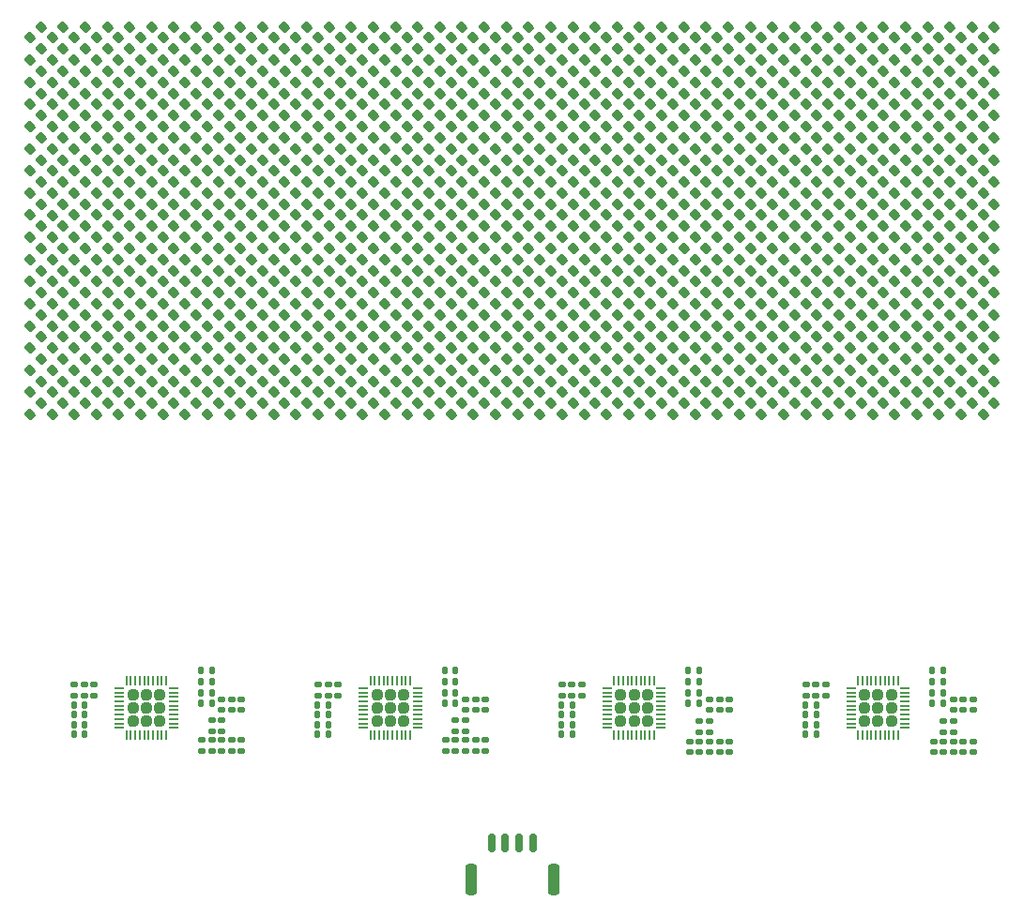
<source format=gtp>
G04 #@! TF.GenerationSoftware,KiCad,Pcbnew,(6.0.2-0)*
G04 #@! TF.CreationDate,2022-05-19T22:51:58+02:00*
G04 #@! TF.ProjectId,nixie,6e697869-652e-46b6-9963-61645f706362,rev?*
G04 #@! TF.SameCoordinates,Original*
G04 #@! TF.FileFunction,Paste,Top*
G04 #@! TF.FilePolarity,Positive*
%FSLAX46Y46*%
G04 Gerber Fmt 4.6, Leading zero omitted, Abs format (unit mm)*
G04 Created by KiCad (PCBNEW (6.0.2-0)) date 2022-05-19 22:51:58*
%MOMM*%
%LPD*%
G01*
G04 APERTURE LIST*
G04 Aperture macros list*
%AMRoundRect*
0 Rectangle with rounded corners*
0 $1 Rounding radius*
0 $2 $3 $4 $5 $6 $7 $8 $9 X,Y pos of 4 corners*
0 Add a 4 corners polygon primitive as box body*
4,1,4,$2,$3,$4,$5,$6,$7,$8,$9,$2,$3,0*
0 Add four circle primitives for the rounded corners*
1,1,$1+$1,$2,$3*
1,1,$1+$1,$4,$5*
1,1,$1+$1,$6,$7*
1,1,$1+$1,$8,$9*
0 Add four rect primitives between the rounded corners*
20,1,$1+$1,$2,$3,$4,$5,0*
20,1,$1+$1,$4,$5,$6,$7,0*
20,1,$1+$1,$6,$7,$8,$9,0*
20,1,$1+$1,$8,$9,$2,$3,0*%
G04 Aperture macros list end*
%ADD10RoundRect,0.187500X0.053033X-0.318198X0.318198X-0.053033X-0.053033X0.318198X-0.318198X0.053033X0*%
%ADD11RoundRect,0.125000X-0.125000X-0.175000X0.125000X-0.175000X0.125000X0.175000X-0.125000X0.175000X0*%
%ADD12RoundRect,0.125000X-0.175000X0.125000X-0.175000X-0.125000X0.175000X-0.125000X0.175000X0.125000X0*%
%ADD13RoundRect,0.125000X0.175000X-0.125000X0.175000X0.125000X-0.175000X0.125000X-0.175000X-0.125000X0*%
%ADD14RoundRect,0.242500X0.242500X0.242500X-0.242500X0.242500X-0.242500X-0.242500X0.242500X-0.242500X0*%
%ADD15RoundRect,0.055000X0.357500X0.055000X-0.357500X0.055000X-0.357500X-0.055000X0.357500X-0.055000X0*%
%ADD16RoundRect,0.055000X0.055000X0.357500X-0.055000X0.357500X-0.055000X-0.357500X0.055000X-0.357500X0*%
%ADD17RoundRect,0.125000X0.125000X0.175000X-0.125000X0.175000X-0.125000X-0.175000X0.125000X-0.175000X0*%
%ADD18RoundRect,0.150000X0.150000X0.700000X-0.150000X0.700000X-0.150000X-0.700000X0.150000X-0.700000X0*%
%ADD19RoundRect,0.250000X0.250000X1.150000X-0.250000X1.150000X-0.250000X-1.150000X0.250000X-1.150000X0*%
G04 APERTURE END LIST*
D10*
G04 #@! TO.C,D493*
X149505025Y-90494975D03*
X150494975Y-89505025D03*
G04 #@! TD*
G04 #@! TO.C,D432*
X141505025Y-112494975D03*
X142494975Y-111505025D03*
G04 #@! TD*
G04 #@! TO.C,D439*
X143505025Y-90494975D03*
X144494975Y-89505025D03*
G04 #@! TD*
G04 #@! TO.C,D679*
X169505025Y-102494975D03*
X170494975Y-101505025D03*
G04 #@! TD*
G04 #@! TO.C,D700*
X171505025Y-108494975D03*
X172494975Y-107505025D03*
G04 #@! TD*
G04 #@! TO.C,D255*
X123505025Y-82494975D03*
X124494975Y-81505025D03*
G04 #@! TD*
G04 #@! TO.C,D564*
X157505025Y-88494975D03*
X158494975Y-87505025D03*
G04 #@! TD*
G04 #@! TO.C,D570*
X157505025Y-100494975D03*
X158494975Y-99505025D03*
G04 #@! TD*
G04 #@! TO.C,D57*
X101505025Y-82494975D03*
X102494975Y-81505025D03*
G04 #@! TD*
G04 #@! TO.C,D709*
X173505025Y-90494975D03*
X174494975Y-89505025D03*
G04 #@! TD*
G04 #@! TO.C,D748*
X177505025Y-96494975D03*
X178494975Y-95505025D03*
G04 #@! TD*
D11*
G04 #@! TO.C,C5*
X132900000Y-135600000D03*
X133900000Y-135600000D03*
G04 #@! TD*
D10*
G04 #@! TO.C,D394*
X137505025Y-108494975D03*
X138494975Y-107505025D03*
G04 #@! TD*
G04 #@! TO.C,D52*
X99505025Y-108494975D03*
X100494975Y-107505025D03*
G04 #@! TD*
G04 #@! TO.C,D627*
X163505025Y-106494975D03*
X164494975Y-105505025D03*
G04 #@! TD*
G04 #@! TO.C,D172*
X113505025Y-96494975D03*
X114494975Y-95505025D03*
G04 #@! TD*
G04 #@! TO.C,D176*
X113505025Y-104494975D03*
X114494975Y-103505025D03*
G04 #@! TD*
G04 #@! TO.C,D573*
X157505025Y-106494975D03*
X158494975Y-105505025D03*
G04 #@! TD*
G04 #@! TO.C,D769*
X179505025Y-102494975D03*
X180494975Y-101505025D03*
G04 #@! TD*
G04 #@! TO.C,D30*
X97505025Y-100494975D03*
X98494975Y-99505025D03*
G04 #@! TD*
D11*
G04 #@! TO.C,C2*
X110900000Y-136600000D03*
X111900000Y-136600000D03*
G04 #@! TD*
D10*
G04 #@! TO.C,D738*
X175505025Y-112494975D03*
X176494975Y-111505025D03*
G04 #@! TD*
G04 #@! TO.C,D300*
X127505025Y-100494975D03*
X128494975Y-99505025D03*
G04 #@! TD*
G04 #@! TO.C,D123*
X107505025Y-106494975D03*
X108494975Y-105505025D03*
G04 #@! TD*
G04 #@! TO.C,D362*
X135505025Y-80494975D03*
X136494975Y-79505025D03*
G04 #@! TD*
G04 #@! TO.C,D288*
X125505025Y-112494975D03*
X126494975Y-111505025D03*
G04 #@! TD*
G04 #@! TO.C,D301*
X127505025Y-102494975D03*
X128494975Y-101505025D03*
G04 #@! TD*
G04 #@! TO.C,D139*
X109505025Y-102494975D03*
X110494975Y-101505025D03*
G04 #@! TD*
G04 #@! TO.C,D546*
X155505025Y-88494975D03*
X156494975Y-87505025D03*
G04 #@! TD*
G04 #@! TO.C,D351*
X133505025Y-94494975D03*
X134494975Y-93505025D03*
G04 #@! TD*
G04 #@! TO.C,D672*
X169505025Y-88494975D03*
X170494975Y-87505025D03*
G04 #@! TD*
G04 #@! TO.C,D533*
X153505025Y-98494975D03*
X154494975Y-97505025D03*
G04 #@! TD*
G04 #@! TO.C,D250*
X121505025Y-108494975D03*
X122494975Y-107505025D03*
G04 #@! TD*
G04 #@! TO.C,D61*
X101505025Y-90494975D03*
X102494975Y-89505025D03*
G04 #@! TD*
G04 #@! TO.C,D127*
X109505025Y-78494975D03*
X110494975Y-77505025D03*
G04 #@! TD*
G04 #@! TO.C,D630*
X163505025Y-112494975D03*
X164494975Y-111505025D03*
G04 #@! TD*
G04 #@! TO.C,D320*
X129505025Y-104494975D03*
X130494975Y-103505025D03*
G04 #@! TD*
D11*
G04 #@! TO.C,R8*
X99450000Y-141400000D03*
X100450000Y-141400000D03*
G04 #@! TD*
D10*
G04 #@! TO.C,D722*
X175505025Y-80494975D03*
X176494975Y-79505025D03*
G04 #@! TD*
G04 #@! TO.C,D488*
X149505025Y-80494975D03*
X150494975Y-79505025D03*
G04 #@! TD*
G04 #@! TO.C,D496*
X149505025Y-96494975D03*
X150494975Y-95505025D03*
G04 #@! TD*
G04 #@! TO.C,D436*
X143505025Y-84494975D03*
X144494975Y-83505025D03*
G04 #@! TD*
G04 #@! TO.C,D152*
X111505025Y-92494975D03*
X112494975Y-91505025D03*
G04 #@! TD*
G04 #@! TO.C,D340*
X131505025Y-108494975D03*
X132494975Y-107505025D03*
G04 #@! TD*
G04 #@! TO.C,D149*
X111505025Y-86494975D03*
X112494975Y-85505025D03*
G04 #@! TD*
G04 #@! TO.C,D145*
X111505025Y-78494975D03*
X112494975Y-77505025D03*
G04 #@! TD*
G04 #@! TO.C,D527*
X153505025Y-86494975D03*
X154494975Y-85505025D03*
G04 #@! TD*
G04 #@! TO.C,D64*
X101505025Y-96494975D03*
X102494975Y-95505025D03*
G04 #@! TD*
G04 #@! TO.C,D492*
X149505025Y-88494975D03*
X150494975Y-87505025D03*
G04 #@! TD*
G04 #@! TO.C,D32*
X97505025Y-104494975D03*
X98494975Y-103505025D03*
G04 #@! TD*
G04 #@! TO.C,D571*
X157505025Y-102494975D03*
X158494975Y-101505025D03*
G04 #@! TD*
G04 #@! TO.C,D43*
X99505025Y-90494975D03*
X100494975Y-89505025D03*
G04 #@! TD*
G04 #@! TO.C,D572*
X157505025Y-104494975D03*
X158494975Y-103505025D03*
G04 #@! TD*
G04 #@! TO.C,D355*
X133505025Y-102494975D03*
X134494975Y-101505025D03*
G04 #@! TD*
G04 #@! TO.C,D639*
X165505025Y-94494975D03*
X166494975Y-93505025D03*
G04 #@! TD*
G04 #@! TO.C,D293*
X127505025Y-86494975D03*
X128494975Y-85505025D03*
G04 #@! TD*
G04 #@! TO.C,D506*
X151505025Y-80494975D03*
X152494975Y-79505025D03*
G04 #@! TD*
G04 #@! TO.C,D668*
X169505025Y-80494975D03*
X170494975Y-79505025D03*
G04 #@! TD*
G04 #@! TO.C,D338*
X131505025Y-104494975D03*
X132494975Y-103505025D03*
G04 #@! TD*
G04 #@! TO.C,D337*
X131505025Y-102494975D03*
X132494975Y-101505025D03*
G04 #@! TD*
G04 #@! TO.C,D220*
X119505025Y-84494975D03*
X120494975Y-83505025D03*
G04 #@! TD*
G04 #@! TO.C,D433*
X143505025Y-78494975D03*
X144494975Y-77505025D03*
G04 #@! TD*
G04 #@! TO.C,D537*
X153505025Y-106494975D03*
X154494975Y-105505025D03*
G04 #@! TD*
G04 #@! TO.C,D699*
X171505025Y-106494975D03*
X172494975Y-105505025D03*
G04 #@! TD*
G04 #@! TO.C,D267*
X123505025Y-106494975D03*
X124494975Y-105505025D03*
G04 #@! TD*
G04 #@! TO.C,D560*
X157505025Y-80494975D03*
X158494975Y-79505025D03*
G04 #@! TD*
G04 #@! TO.C,D14*
X95505025Y-104494975D03*
X96494975Y-103505025D03*
G04 #@! TD*
G04 #@! TO.C,D615*
X163505025Y-82494975D03*
X164494975Y-81505025D03*
G04 #@! TD*
G04 #@! TO.C,D308*
X129505025Y-80494975D03*
X130494975Y-79505025D03*
G04 #@! TD*
G04 #@! TO.C,D222*
X119505025Y-88494975D03*
X120494975Y-87505025D03*
G04 #@! TD*
G04 #@! TO.C,D782*
X181505025Y-92494975D03*
X182494975Y-91505025D03*
G04 #@! TD*
G04 #@! TO.C,D89*
X103505025Y-110494975D03*
X104494975Y-109505025D03*
G04 #@! TD*
G04 #@! TO.C,D548*
X155505025Y-92494975D03*
X156494975Y-91505025D03*
G04 #@! TD*
D12*
G04 #@! TO.C,R11*
X134800000Y-140100000D03*
X134800000Y-141100000D03*
G04 #@! TD*
D10*
G04 #@! TO.C,D26*
X97505025Y-92494975D03*
X98494975Y-91505025D03*
G04 #@! TD*
G04 #@! TO.C,D45*
X99505025Y-94494975D03*
X100494975Y-93505025D03*
G04 #@! TD*
G04 #@! TO.C,D90*
X103505025Y-112494975D03*
X104494975Y-111505025D03*
G04 #@! TD*
G04 #@! TO.C,D524*
X153505025Y-80494975D03*
X154494975Y-79505025D03*
G04 #@! TD*
G04 #@! TO.C,D285*
X125505025Y-106494975D03*
X126494975Y-105505025D03*
G04 #@! TD*
D13*
G04 #@! TO.C,R33*
X177900000Y-143000000D03*
X177900000Y-142000000D03*
G04 #@! TD*
D10*
G04 #@! TO.C,D404*
X139505025Y-92494975D03*
X140494975Y-91505025D03*
G04 #@! TD*
G04 #@! TO.C,D530*
X153505025Y-92494975D03*
X154494975Y-91505025D03*
G04 #@! TD*
G04 #@! TO.C,D302*
X127505025Y-104494975D03*
X128494975Y-103505025D03*
G04 #@! TD*
G04 #@! TO.C,D336*
X131505025Y-100494975D03*
X132494975Y-99505025D03*
G04 #@! TD*
G04 #@! TO.C,D711*
X173505025Y-94494975D03*
X174494975Y-93505025D03*
G04 #@! TD*
G04 #@! TO.C,D428*
X141505025Y-104494975D03*
X142494975Y-103505025D03*
G04 #@! TD*
G04 #@! TO.C,D756*
X177505025Y-112494975D03*
X178494975Y-111505025D03*
G04 #@! TD*
G04 #@! TO.C,D737*
X175505025Y-110494975D03*
X176494975Y-109505025D03*
G04 #@! TD*
G04 #@! TO.C,D611*
X161505025Y-110494975D03*
X162494975Y-109505025D03*
G04 #@! TD*
G04 #@! TO.C,D112*
X107500000Y-84500000D03*
X108489950Y-83510050D03*
G04 #@! TD*
G04 #@! TO.C,D486*
X147505025Y-112494975D03*
X148494975Y-111505025D03*
G04 #@! TD*
G04 #@! TO.C,D317*
X129505025Y-98494975D03*
X130494975Y-97505025D03*
G04 #@! TD*
G04 #@! TO.C,D242*
X121505025Y-92494975D03*
X122494975Y-91505025D03*
G04 #@! TD*
G04 #@! TO.C,D471*
X147505025Y-82494975D03*
X148494975Y-81505025D03*
G04 #@! TD*
G04 #@! TO.C,D721*
X175505025Y-78494975D03*
X176494975Y-77505025D03*
G04 #@! TD*
D13*
G04 #@! TO.C,C20*
X136600000Y-139200000D03*
X136600000Y-138200000D03*
G04 #@! TD*
D10*
G04 #@! TO.C,D644*
X165505025Y-104494975D03*
X166494975Y-103505025D03*
G04 #@! TD*
G04 #@! TO.C,D495*
X149505025Y-94494975D03*
X150494975Y-93505025D03*
G04 #@! TD*
G04 #@! TO.C,D31*
X97505025Y-102494975D03*
X98494975Y-101505025D03*
G04 #@! TD*
G04 #@! TO.C,D501*
X149505025Y-106494975D03*
X150494975Y-105505025D03*
G04 #@! TD*
G04 #@! TO.C,D369*
X135505025Y-94494975D03*
X136494975Y-93505025D03*
G04 #@! TD*
G04 #@! TO.C,D676*
X169505025Y-96494975D03*
X170494975Y-95505025D03*
G04 #@! TD*
G04 #@! TO.C,D534*
X153505025Y-100494975D03*
X154494975Y-99505025D03*
G04 #@! TD*
G04 #@! TO.C,D403*
X139505025Y-90494975D03*
X140494975Y-89505025D03*
G04 #@! TD*
G04 #@! TO.C,D324*
X129505025Y-112494975D03*
X130494975Y-111505025D03*
G04 #@! TD*
D11*
G04 #@! TO.C,R20*
X121450000Y-139600000D03*
X122450000Y-139600000D03*
G04 #@! TD*
D10*
G04 #@! TO.C,D377*
X135505025Y-110494975D03*
X136494975Y-109505025D03*
G04 #@! TD*
D13*
G04 #@! TO.C,C39*
X179700000Y-139200000D03*
X179700000Y-138200000D03*
G04 #@! TD*
D10*
G04 #@! TO.C,D124*
X107505025Y-108494975D03*
X108494975Y-107505025D03*
G04 #@! TD*
G04 #@! TO.C,D217*
X119505025Y-78494975D03*
X120494975Y-77505025D03*
G04 #@! TD*
G04 #@! TO.C,D665*
X167505025Y-110494975D03*
X168494975Y-109505025D03*
G04 #@! TD*
G04 #@! TO.C,D370*
X135505025Y-96494975D03*
X136494975Y-95505025D03*
G04 #@! TD*
G04 #@! TO.C,D704*
X173505025Y-80494975D03*
X174494975Y-79505025D03*
G04 #@! TD*
G04 #@! TO.C,D556*
X155505025Y-108494975D03*
X156494975Y-107505025D03*
G04 #@! TD*
G04 #@! TO.C,D133*
X109505025Y-90494975D03*
X110494975Y-89505025D03*
G04 #@! TD*
G04 #@! TO.C,D482*
X147505025Y-104494975D03*
X148494975Y-103505025D03*
G04 #@! TD*
G04 #@! TO.C,D3*
X95505025Y-82494975D03*
X96494975Y-81505025D03*
G04 #@! TD*
G04 #@! TO.C,D322*
X129505025Y-108494975D03*
X130494975Y-107505025D03*
G04 #@! TD*
G04 #@! TO.C,D689*
X171505025Y-86494975D03*
X172494975Y-85505025D03*
G04 #@! TD*
G04 #@! TO.C,D609*
X161505025Y-106494975D03*
X162494975Y-105505025D03*
G04 #@! TD*
G04 #@! TO.C,D407*
X139505025Y-98494975D03*
X140494975Y-97505025D03*
G04 #@! TD*
G04 #@! TO.C,D514*
X151505025Y-96494975D03*
X152494975Y-95505025D03*
G04 #@! TD*
G04 #@! TO.C,D632*
X165505025Y-80494975D03*
X166494975Y-79505025D03*
G04 #@! TD*
G04 #@! TO.C,D504*
X149505025Y-112494975D03*
X150494975Y-111505025D03*
G04 #@! TD*
G04 #@! TO.C,D419*
X141505025Y-86494975D03*
X142494975Y-85505025D03*
G04 #@! TD*
G04 #@! TO.C,D348*
X133505025Y-88494975D03*
X134494975Y-87505025D03*
G04 #@! TD*
G04 #@! TO.C,D120*
X107505025Y-100494975D03*
X108494975Y-99505025D03*
G04 #@! TD*
G04 #@! TO.C,D199*
X117505025Y-78494975D03*
X118494975Y-77505025D03*
G04 #@! TD*
G04 #@! TO.C,D770*
X179505025Y-104494975D03*
X180494975Y-103505025D03*
G04 #@! TD*
G04 #@! TO.C,D116*
X107505025Y-92494975D03*
X108494975Y-91505025D03*
G04 #@! TD*
G04 #@! TO.C,D154*
X111505025Y-96494975D03*
X112494975Y-95505025D03*
G04 #@! TD*
G04 #@! TO.C,D607*
X161505025Y-102494975D03*
X162494975Y-101505025D03*
G04 #@! TD*
G04 #@! TO.C,D523*
X153505025Y-78494975D03*
X154494975Y-77505025D03*
G04 #@! TD*
G04 #@! TO.C,D391*
X137505025Y-102494975D03*
X138494975Y-101505025D03*
G04 #@! TD*
G04 #@! TO.C,D253*
X123505025Y-78494975D03*
X124494975Y-77505025D03*
G04 #@! TD*
G04 #@! TO.C,D350*
X133505025Y-92494975D03*
X134494975Y-91505025D03*
G04 #@! TD*
G04 #@! TO.C,D792*
X181505025Y-112494975D03*
X182494975Y-111505025D03*
G04 #@! TD*
G04 #@! TO.C,D777*
X181505025Y-82494975D03*
X182494975Y-81505025D03*
G04 #@! TD*
G04 #@! TO.C,D633*
X165505025Y-82494975D03*
X166494975Y-81505025D03*
G04 #@! TD*
G04 #@! TO.C,D175*
X113505025Y-102494975D03*
X114494975Y-101505025D03*
G04 #@! TD*
G04 #@! TO.C,D157*
X111505025Y-102494975D03*
X112494975Y-101505025D03*
G04 #@! TD*
G04 #@! TO.C,D59*
X101505025Y-86494975D03*
X102494975Y-85505025D03*
G04 #@! TD*
G04 #@! TO.C,D641*
X165505025Y-98494975D03*
X166494975Y-97505025D03*
G04 #@! TD*
G04 #@! TO.C,D211*
X117505025Y-102494975D03*
X118494975Y-101505025D03*
G04 #@! TD*
D13*
G04 #@! TO.C,R24*
X156800000Y-143000000D03*
X156800000Y-142000000D03*
G04 #@! TD*
D10*
G04 #@! TO.C,D508*
X151505025Y-84494975D03*
X152494975Y-83505025D03*
G04 #@! TD*
G04 #@! TO.C,D485*
X147505025Y-110494975D03*
X148494975Y-109505025D03*
G04 #@! TD*
G04 #@! TO.C,D378*
X135505025Y-112494975D03*
X136494975Y-111505025D03*
G04 #@! TD*
G04 #@! TO.C,D50*
X99505025Y-104494975D03*
X100494975Y-103505025D03*
G04 #@! TD*
G04 #@! TO.C,D484*
X147505025Y-108494975D03*
X148494975Y-107505025D03*
G04 #@! TD*
G04 #@! TO.C,D164*
X113505025Y-80494975D03*
X114494975Y-79505025D03*
G04 #@! TD*
G04 #@! TO.C,D637*
X165505025Y-90494975D03*
X166494975Y-89505025D03*
G04 #@! TD*
G04 #@! TO.C,D257*
X123505025Y-86494975D03*
X124494975Y-85505025D03*
G04 #@! TD*
G04 #@! TO.C,D449*
X143505025Y-110494975D03*
X144494975Y-109505025D03*
G04 #@! TD*
G04 #@! TO.C,D216*
X117505025Y-112494975D03*
X118494975Y-111505025D03*
G04 #@! TD*
G04 #@! TO.C,D128*
X109505025Y-80494975D03*
X110494975Y-79505025D03*
G04 #@! TD*
G04 #@! TO.C,D353*
X133505025Y-98494975D03*
X134494975Y-97505025D03*
G04 #@! TD*
G04 #@! TO.C,D732*
X175505025Y-100494975D03*
X176494975Y-99505025D03*
G04 #@! TD*
G04 #@! TO.C,D97*
X105505025Y-90494975D03*
X106494975Y-89505025D03*
G04 #@! TD*
G04 #@! TO.C,D475*
X147505025Y-90494975D03*
X148494975Y-89505025D03*
G04 #@! TD*
G04 #@! TO.C,D509*
X151505025Y-86494975D03*
X152494975Y-85505025D03*
G04 #@! TD*
G04 #@! TO.C,D325*
X131505025Y-78494975D03*
X132494975Y-77505025D03*
G04 #@! TD*
G04 #@! TO.C,D148*
X111505025Y-84494975D03*
X112494975Y-83505025D03*
G04 #@! TD*
G04 #@! TO.C,D628*
X163505025Y-108494975D03*
X164494975Y-107505025D03*
G04 #@! TD*
G04 #@! TO.C,D606*
X161505025Y-100494975D03*
X162494975Y-99505025D03*
G04 #@! TD*
G04 #@! TO.C,D733*
X175505025Y-102494975D03*
X176494975Y-101505025D03*
G04 #@! TD*
G04 #@! TO.C,D35*
X97505025Y-110494975D03*
X98494975Y-109505025D03*
G04 #@! TD*
D11*
G04 #@! TO.C,R38*
X165450000Y-141400000D03*
X166450000Y-141400000D03*
G04 #@! TD*
D12*
G04 #@! TO.C,R6*
X114600000Y-141900000D03*
X114600000Y-142900000D03*
G04 #@! TD*
D10*
G04 #@! TO.C,D507*
X151505025Y-82494975D03*
X152494975Y-81505025D03*
G04 #@! TD*
G04 #@! TO.C,D757*
X179505025Y-78494975D03*
X180494975Y-77505025D03*
G04 #@! TD*
D13*
G04 #@! TO.C,C13*
X114600000Y-139200000D03*
X114600000Y-138200000D03*
G04 #@! TD*
D10*
G04 #@! TO.C,D786*
X181505025Y-100494975D03*
X182494975Y-99505025D03*
G04 #@! TD*
G04 #@! TO.C,D640*
X165505025Y-96494975D03*
X166494975Y-95505025D03*
G04 #@! TD*
G04 #@! TO.C,D342*
X131505025Y-112494975D03*
X132494975Y-111505025D03*
G04 #@! TD*
G04 #@! TO.C,D790*
X181505025Y-108494975D03*
X182494975Y-107505025D03*
G04 #@! TD*
G04 #@! TO.C,D429*
X141505025Y-106494975D03*
X142494975Y-105505025D03*
G04 #@! TD*
G04 #@! TO.C,D476*
X147505025Y-92494975D03*
X148494975Y-91505025D03*
G04 #@! TD*
G04 #@! TO.C,D190*
X115505025Y-96494975D03*
X116494975Y-95505025D03*
G04 #@! TD*
G04 #@! TO.C,D497*
X149505025Y-98494975D03*
X150494975Y-97505025D03*
G04 #@! TD*
G04 #@! TO.C,D724*
X175505025Y-84494975D03*
X176494975Y-83505025D03*
G04 #@! TD*
G04 #@! TO.C,D254*
X123505025Y-80494975D03*
X124494975Y-79505025D03*
G04 #@! TD*
G04 #@! TO.C,D194*
X115505025Y-104494975D03*
X116494975Y-103505025D03*
G04 #@! TD*
G04 #@! TO.C,D386*
X137505025Y-92494975D03*
X138494975Y-91505025D03*
G04 #@! TD*
G04 #@! TO.C,D247*
X121505025Y-102494975D03*
X122494975Y-101505025D03*
G04 #@! TD*
G04 #@! TO.C,D307*
X129505025Y-78494975D03*
X130494975Y-77505025D03*
G04 #@! TD*
D11*
G04 #@! TO.C,R39*
X165450000Y-138700000D03*
X166450000Y-138700000D03*
G04 #@! TD*
D10*
G04 #@! TO.C,D762*
X179505025Y-88494975D03*
X180494975Y-87505025D03*
G04 #@! TD*
G04 #@! TO.C,D515*
X151505025Y-98494975D03*
X152494975Y-97505025D03*
G04 #@! TD*
G04 #@! TO.C,D619*
X163505025Y-90494975D03*
X164494975Y-89505025D03*
G04 #@! TD*
G04 #@! TO.C,D683*
X169505025Y-110494975D03*
X170494975Y-109505025D03*
G04 #@! TD*
G04 #@! TO.C,D763*
X179505025Y-90494975D03*
X180494975Y-89505025D03*
G04 #@! TD*
G04 #@! TO.C,D240*
X121505025Y-88494975D03*
X122494975Y-87505025D03*
G04 #@! TD*
G04 #@! TO.C,D720*
X173505025Y-112494975D03*
X174494975Y-111505025D03*
G04 #@! TD*
G04 #@! TO.C,D674*
X169505025Y-92494975D03*
X170494975Y-91505025D03*
G04 #@! TD*
G04 #@! TO.C,D747*
X177505025Y-94494975D03*
X178494975Y-93505025D03*
G04 #@! TD*
D12*
G04 #@! TO.C,C42*
X166400000Y-136850000D03*
X166400000Y-137850000D03*
G04 #@! TD*
D10*
G04 #@! TO.C,D384*
X137505025Y-88494975D03*
X138494975Y-87505025D03*
G04 #@! TD*
G04 #@! TO.C,D294*
X127505025Y-88494975D03*
X128494975Y-87505025D03*
G04 #@! TD*
G04 #@! TO.C,D517*
X151505025Y-102494975D03*
X152494975Y-101505025D03*
G04 #@! TD*
G04 #@! TO.C,D519*
X151505025Y-106494975D03*
X152494975Y-105505025D03*
G04 #@! TD*
G04 #@! TO.C,D401*
X139505025Y-86494975D03*
X140494975Y-85505025D03*
G04 #@! TD*
G04 #@! TO.C,D558*
X155505025Y-112494975D03*
X156494975Y-111505025D03*
G04 #@! TD*
G04 #@! TO.C,D117*
X107505025Y-94494975D03*
X108494975Y-93505025D03*
G04 #@! TD*
G04 #@! TO.C,D511*
X151505025Y-90494975D03*
X152494975Y-89505025D03*
G04 #@! TD*
G04 #@! TO.C,D767*
X179505025Y-98494975D03*
X180494975Y-97505025D03*
G04 #@! TD*
G04 #@! TO.C,D675*
X169505025Y-94494975D03*
X170494975Y-93505025D03*
G04 #@! TD*
G04 #@! TO.C,D24*
X97505025Y-88494975D03*
X98494975Y-87505025D03*
G04 #@! TD*
G04 #@! TO.C,D791*
X181505025Y-110494975D03*
X182494975Y-109505025D03*
G04 #@! TD*
G04 #@! TO.C,D621*
X163505025Y-94494975D03*
X164494975Y-93505025D03*
G04 #@! TD*
G04 #@! TO.C,D188*
X115505025Y-92494975D03*
X116494975Y-91505025D03*
G04 #@! TD*
D13*
G04 #@! TO.C,R34*
X178800000Y-143000000D03*
X178800000Y-142000000D03*
G04 #@! TD*
D10*
G04 #@! TO.C,D179*
X113505025Y-110494975D03*
X114494975Y-109505025D03*
G04 #@! TD*
G04 #@! TO.C,D323*
X129505025Y-110494975D03*
X130494975Y-109505025D03*
G04 #@! TD*
D13*
G04 #@! TO.C,C15*
X112800000Y-139200000D03*
X112800000Y-138200000D03*
G04 #@! TD*
D10*
G04 #@! TO.C,D129*
X109505025Y-82494975D03*
X110494975Y-81505025D03*
G04 #@! TD*
G04 #@! TO.C,D95*
X105505025Y-86494975D03*
X106494975Y-85505025D03*
G04 #@! TD*
D13*
G04 #@! TO.C,C21*
X135700000Y-139200000D03*
X135700000Y-138200000D03*
G04 #@! TD*
D10*
G04 #@! TO.C,D568*
X157505025Y-96494975D03*
X158494975Y-95505025D03*
G04 #@! TD*
G04 #@! TO.C,D478*
X147505025Y-96494975D03*
X148494975Y-95505025D03*
G04 #@! TD*
G04 #@! TO.C,D778*
X181505025Y-84494975D03*
X182494975Y-83505025D03*
G04 #@! TD*
G04 #@! TO.C,D425*
X141505025Y-98494975D03*
X142494975Y-97505025D03*
G04 #@! TD*
G04 #@! TO.C,D20*
X97505025Y-80489950D03*
X98494975Y-79500000D03*
G04 #@! TD*
G04 #@! TO.C,D221*
X119505025Y-86494975D03*
X120494975Y-85505025D03*
G04 #@! TD*
G04 #@! TO.C,D525*
X153505025Y-82494975D03*
X154494975Y-81505025D03*
G04 #@! TD*
G04 #@! TO.C,D198*
X115505025Y-112494975D03*
X116494975Y-111505025D03*
G04 #@! TD*
G04 #@! TO.C,D376*
X135505025Y-108494975D03*
X136494975Y-107505025D03*
G04 #@! TD*
G04 #@! TO.C,D771*
X179505025Y-106494975D03*
X180494975Y-105505025D03*
G04 #@! TD*
G04 #@! TO.C,D132*
X109505025Y-88494975D03*
X110494975Y-87505025D03*
G04 #@! TD*
G04 #@! TO.C,D319*
X129505025Y-102494975D03*
X130494975Y-101505025D03*
G04 #@! TD*
G04 #@! TO.C,D731*
X175505025Y-98494975D03*
X176494975Y-97505025D03*
G04 #@! TD*
G04 #@! TO.C,D10*
X95505025Y-96494975D03*
X96494975Y-95505025D03*
G04 #@! TD*
D11*
G04 #@! TO.C,C6*
X132900000Y-136600000D03*
X133900000Y-136600000D03*
G04 #@! TD*
D10*
G04 #@! TO.C,D109*
X107505025Y-78494975D03*
X108494975Y-77505025D03*
G04 #@! TD*
G04 #@! TO.C,D180*
X113505025Y-112494975D03*
X114494975Y-111505025D03*
G04 #@! TD*
D11*
G04 #@! TO.C,R29*
X143450000Y-138700000D03*
X144450000Y-138700000D03*
G04 #@! TD*
D10*
G04 #@! TO.C,D246*
X121505025Y-100494975D03*
X122494975Y-99505025D03*
G04 #@! TD*
G04 #@! TO.C,D373*
X135505025Y-102494975D03*
X136494975Y-101505025D03*
G04 #@! TD*
G04 #@! TO.C,D647*
X165505025Y-110494975D03*
X166494975Y-109505025D03*
G04 #@! TD*
G04 #@! TO.C,D434*
X143505025Y-80494975D03*
X144494975Y-79505025D03*
G04 #@! TD*
G04 #@! TO.C,D210*
X117505025Y-100494975D03*
X118494975Y-99505025D03*
G04 #@! TD*
G04 #@! TO.C,D565*
X157505025Y-90494975D03*
X158494975Y-89505025D03*
G04 #@! TD*
G04 #@! TO.C,D629*
X163505025Y-110494975D03*
X164494975Y-109505025D03*
G04 #@! TD*
G04 #@! TO.C,D388*
X137505025Y-96494975D03*
X138494975Y-95505025D03*
G04 #@! TD*
G04 #@! TO.C,D344*
X133505025Y-80494975D03*
X134494975Y-79505025D03*
G04 #@! TD*
G04 #@! TO.C,D645*
X165505025Y-106494975D03*
X166494975Y-105505025D03*
G04 #@! TD*
G04 #@! TO.C,D155*
X111505025Y-98494975D03*
X112494975Y-97505025D03*
G04 #@! TD*
G04 #@! TO.C,D470*
X147505025Y-80494975D03*
X148494975Y-79505025D03*
G04 #@! TD*
D11*
G04 #@! TO.C,C37*
X176900000Y-138600000D03*
X177900000Y-138600000D03*
G04 #@! TD*
D10*
G04 #@! TO.C,D667*
X169505025Y-78494975D03*
X170494975Y-77505025D03*
G04 #@! TD*
G04 #@! TO.C,D717*
X173505025Y-106494975D03*
X174494975Y-105505025D03*
G04 #@! TD*
G04 #@! TO.C,D417*
X141505025Y-82494975D03*
X142494975Y-81505025D03*
G04 #@! TD*
G04 #@! TO.C,D269*
X123505025Y-110494975D03*
X124494975Y-109505025D03*
G04 #@! TD*
G04 #@! TO.C,D187*
X115505025Y-90494975D03*
X116494975Y-89505025D03*
G04 #@! TD*
G04 #@! TO.C,D399*
X139505025Y-82494975D03*
X140494975Y-81505025D03*
G04 #@! TD*
G04 #@! TO.C,D375*
X135505025Y-106494975D03*
X136494975Y-105505025D03*
G04 #@! TD*
G04 #@! TO.C,D460*
X145505025Y-96494975D03*
X146494975Y-95505025D03*
G04 #@! TD*
G04 #@! TO.C,D658*
X167505025Y-96494975D03*
X168494975Y-95505025D03*
G04 #@! TD*
G04 #@! TO.C,D494*
X149505025Y-92494975D03*
X150494975Y-91505025D03*
G04 #@! TD*
G04 #@! TO.C,D582*
X159505025Y-88494975D03*
X160494975Y-87505025D03*
G04 #@! TD*
G04 #@! TO.C,D580*
X159505025Y-84494975D03*
X160494975Y-83505025D03*
G04 #@! TD*
D12*
G04 #@! TO.C,R1*
X112800000Y-140100000D03*
X112800000Y-141100000D03*
G04 #@! TD*
D10*
G04 #@! TO.C,D1*
X95505025Y-78494975D03*
X96494975Y-77505025D03*
G04 #@! TD*
G04 #@! TO.C,D463*
X145505025Y-102494975D03*
X146494975Y-101505025D03*
G04 #@! TD*
G04 #@! TO.C,D705*
X173505025Y-82494975D03*
X174494975Y-81505025D03*
G04 #@! TD*
G04 #@! TO.C,D333*
X131505025Y-94494975D03*
X132494975Y-93505025D03*
G04 #@! TD*
G04 #@! TO.C,D680*
X169505025Y-104494975D03*
X170494975Y-103505025D03*
G04 #@! TD*
G04 #@! TO.C,D631*
X165505025Y-78494975D03*
X166494975Y-77505025D03*
G04 #@! TD*
D11*
G04 #@! TO.C,C7*
X132900000Y-137600000D03*
X133900000Y-137600000D03*
G04 #@! TD*
D10*
G04 #@! TO.C,D15*
X95505025Y-106494975D03*
X96494975Y-105505025D03*
G04 #@! TD*
G04 #@! TO.C,D21*
X97505025Y-82494975D03*
X98494975Y-81505025D03*
G04 #@! TD*
G04 #@! TO.C,D96*
X105505025Y-88494975D03*
X106494975Y-87505025D03*
G04 #@! TD*
G04 #@! TO.C,D144*
X109505025Y-112494975D03*
X110494975Y-111505025D03*
G04 #@! TD*
G04 #@! TO.C,D63*
X101505025Y-94494975D03*
X102494975Y-93505025D03*
G04 #@! TD*
G04 #@! TO.C,D331*
X131505025Y-90494975D03*
X132494975Y-89505025D03*
G04 #@! TD*
G04 #@! TO.C,D714*
X173505025Y-100494975D03*
X174494975Y-99505025D03*
G04 #@! TD*
G04 #@! TO.C,D341*
X131505025Y-110494975D03*
X132494975Y-109505025D03*
G04 #@! TD*
G04 #@! TO.C,D77*
X103505025Y-86494975D03*
X104494975Y-85505025D03*
G04 #@! TD*
G04 #@! TO.C,D209*
X117505025Y-98494975D03*
X118494975Y-97505025D03*
G04 #@! TD*
G04 #@! TO.C,D505*
X151505025Y-78494975D03*
X152494975Y-77505025D03*
G04 #@! TD*
G04 #@! TO.C,D643*
X165505025Y-102494975D03*
X166494975Y-101505025D03*
G04 #@! TD*
G04 #@! TO.C,D583*
X159505025Y-90494975D03*
X160494975Y-89505025D03*
G04 #@! TD*
G04 #@! TO.C,D591*
X159505025Y-106494975D03*
X160494975Y-105505025D03*
G04 #@! TD*
G04 #@! TO.C,D304*
X127505025Y-108494975D03*
X128494975Y-107505025D03*
G04 #@! TD*
G04 #@! TO.C,D349*
X133505025Y-90494975D03*
X134494975Y-89505025D03*
G04 #@! TD*
G04 #@! TO.C,D744*
X177505025Y-88494975D03*
X178494975Y-87505025D03*
G04 #@! TD*
G04 #@! TO.C,D82*
X103505025Y-96494975D03*
X104494975Y-95505025D03*
G04 #@! TD*
G04 #@! TO.C,D422*
X141505025Y-92494975D03*
X142494975Y-91505025D03*
G04 #@! TD*
G04 #@! TO.C,D759*
X179505025Y-82494975D03*
X180494975Y-81505025D03*
G04 #@! TD*
G04 #@! TO.C,D85*
X103505025Y-102494975D03*
X104494975Y-101505025D03*
G04 #@! TD*
G04 #@! TO.C,D441*
X143505025Y-94494975D03*
X144494975Y-93505025D03*
G04 #@! TD*
G04 #@! TO.C,D522*
X151505025Y-112494975D03*
X152494975Y-111505025D03*
G04 #@! TD*
G04 #@! TO.C,D397*
X139505025Y-78494975D03*
X140494975Y-77505025D03*
G04 #@! TD*
G04 #@! TO.C,D673*
X169505025Y-90494975D03*
X170494975Y-89505025D03*
G04 #@! TD*
G04 #@! TO.C,D649*
X167505025Y-78494975D03*
X168494975Y-77505025D03*
G04 #@! TD*
G04 #@! TO.C,D138*
X109505025Y-100494975D03*
X110494975Y-99505025D03*
G04 #@! TD*
G04 #@! TO.C,D424*
X141505025Y-96494975D03*
X142494975Y-95505025D03*
G04 #@! TD*
G04 #@! TO.C,D131*
X109505025Y-86494975D03*
X110494975Y-85505025D03*
G04 #@! TD*
G04 #@! TO.C,D192*
X115505025Y-100494975D03*
X116494975Y-99505025D03*
G04 #@! TD*
D14*
G04 #@! TO.C,U3*
X151200000Y-140200000D03*
X148800000Y-139000000D03*
X148800000Y-137800000D03*
X150000000Y-139000000D03*
X148800000Y-140200000D03*
X150000000Y-137800000D03*
X151200000Y-139000000D03*
X151200000Y-137800000D03*
X150000000Y-140200000D03*
D15*
X152437500Y-140800000D03*
X152437500Y-140400000D03*
X152437500Y-140000000D03*
X152437500Y-139600000D03*
X152437500Y-139200000D03*
X152437500Y-138800000D03*
X152437500Y-138400000D03*
X152437500Y-138000000D03*
X152437500Y-137600000D03*
X152437500Y-137200000D03*
D16*
X151800000Y-136562500D03*
X151400000Y-136562500D03*
X151000000Y-136562500D03*
X150600000Y-136562500D03*
X150200000Y-136562500D03*
X149800000Y-136562500D03*
X149400000Y-136562500D03*
X149000000Y-136562500D03*
X148600000Y-136562500D03*
X148200000Y-136562500D03*
D15*
X147562500Y-137200000D03*
X147562500Y-137600000D03*
X147562500Y-138000000D03*
X147562500Y-138400000D03*
X147562500Y-138800000D03*
X147562500Y-139200000D03*
X147562500Y-139600000D03*
X147562500Y-140000000D03*
X147562500Y-140400000D03*
X147562500Y-140800000D03*
D16*
X148200000Y-141437500D03*
X148600000Y-141437500D03*
X149000000Y-141437500D03*
X149400000Y-141437500D03*
X149800000Y-141437500D03*
X150200000Y-141437500D03*
X150600000Y-141437500D03*
X151000000Y-141437500D03*
X151400000Y-141437500D03*
X151800000Y-141437500D03*
G04 #@! TD*
D12*
G04 #@! TO.C,C16*
X101300000Y-136850000D03*
X101300000Y-137850000D03*
G04 #@! TD*
D10*
G04 #@! TO.C,D372*
X135505025Y-100494975D03*
X136494975Y-99505025D03*
G04 #@! TD*
G04 #@! TO.C,D712*
X173505025Y-96494975D03*
X174494975Y-95505025D03*
G04 #@! TD*
G04 #@! TO.C,D768*
X179505025Y-100494975D03*
X180494975Y-99505025D03*
G04 #@! TD*
G04 #@! TO.C,D443*
X143505025Y-98494975D03*
X144494975Y-97505025D03*
G04 #@! TD*
G04 #@! TO.C,D290*
X127505025Y-80494975D03*
X128494975Y-79505025D03*
G04 #@! TD*
G04 #@! TO.C,D125*
X107505025Y-110494975D03*
X108494975Y-109505025D03*
G04 #@! TD*
D13*
G04 #@! TO.C,R7*
X111000000Y-142900000D03*
X111000000Y-141900000D03*
G04 #@! TD*
D10*
G04 #@! TO.C,D598*
X161505025Y-84494975D03*
X162494975Y-83505025D03*
G04 #@! TD*
G04 #@! TO.C,D328*
X131505025Y-84494975D03*
X132494975Y-83505025D03*
G04 #@! TD*
D13*
G04 #@! TO.C,C27*
X156800000Y-139200000D03*
X156800000Y-138200000D03*
G04 #@! TD*
D12*
G04 #@! TO.C,C30*
X143500000Y-136850000D03*
X143500000Y-137850000D03*
G04 #@! TD*
D10*
G04 #@! TO.C,D53*
X99505025Y-110494975D03*
X100494975Y-109505025D03*
G04 #@! TD*
G04 #@! TO.C,D442*
X143505025Y-96494975D03*
X144494975Y-95505025D03*
G04 #@! TD*
D12*
G04 #@! TO.C,C24*
X122400000Y-136850000D03*
X122400000Y-137850000D03*
G04 #@! TD*
D10*
G04 #@! TO.C,D550*
X155505025Y-96494975D03*
X156494975Y-95505025D03*
G04 #@! TD*
D12*
G04 #@! TO.C,C32*
X145300000Y-136850000D03*
X145300000Y-137850000D03*
G04 #@! TD*
D10*
G04 #@! TO.C,D158*
X111505025Y-104494975D03*
X112494975Y-103505025D03*
G04 #@! TD*
G04 #@! TO.C,D706*
X173505025Y-84494975D03*
X174494975Y-83505025D03*
G04 #@! TD*
G04 #@! TO.C,D772*
X179505025Y-108494975D03*
X180494975Y-107505025D03*
G04 #@! TD*
D11*
G04 #@! TO.C,R9*
X99450000Y-138700000D03*
X100450000Y-138700000D03*
G04 #@! TD*
D10*
G04 #@! TO.C,D781*
X181505025Y-90494975D03*
X182494975Y-89505025D03*
G04 #@! TD*
D13*
G04 #@! TO.C,R13*
X133900000Y-142900000D03*
X133900000Y-141900000D03*
G04 #@! TD*
D10*
G04 #@! TO.C,D405*
X139505025Y-94494975D03*
X140494975Y-93505025D03*
G04 #@! TD*
D17*
G04 #@! TO.C,C44*
X166450000Y-140500000D03*
X165450000Y-140500000D03*
G04 #@! TD*
D10*
G04 #@! TO.C,D653*
X167505025Y-86494975D03*
X168494975Y-85505025D03*
G04 #@! TD*
G04 #@! TO.C,D283*
X125505025Y-102494975D03*
X126494975Y-101505025D03*
G04 #@! TD*
G04 #@! TO.C,D600*
X161505025Y-88494975D03*
X162494975Y-87505025D03*
G04 #@! TD*
G04 #@! TO.C,D761*
X179505025Y-86494975D03*
X180494975Y-85505025D03*
G04 #@! TD*
G04 #@! TO.C,D490*
X149505025Y-84494975D03*
X150494975Y-83505025D03*
G04 #@! TD*
G04 #@! TO.C,D298*
X127505025Y-96494975D03*
X128494975Y-95505025D03*
G04 #@! TD*
G04 #@! TO.C,D745*
X177505025Y-90494975D03*
X178494975Y-89505025D03*
G04 #@! TD*
G04 #@! TO.C,D18*
X95505025Y-112494975D03*
X96494975Y-111505025D03*
G04 #@! TD*
D13*
G04 #@! TO.C,R27*
X155000000Y-143000000D03*
X155000000Y-142000000D03*
G04 #@! TD*
D10*
G04 #@! TO.C,D104*
X105505025Y-104494975D03*
X106494975Y-103505025D03*
G04 #@! TD*
G04 #@! TO.C,D200*
X117505025Y-80494975D03*
X118494975Y-79505025D03*
G04 #@! TD*
G04 #@! TO.C,D411*
X139505025Y-106494975D03*
X140494975Y-105505025D03*
G04 #@! TD*
G04 #@! TO.C,D663*
X167505025Y-106494975D03*
X168494975Y-105505025D03*
G04 #@! TD*
G04 #@! TO.C,D779*
X181505025Y-86494975D03*
X182494975Y-85505025D03*
G04 #@! TD*
G04 #@! TO.C,D352*
X133505025Y-96494975D03*
X134494975Y-95505025D03*
G04 #@! TD*
G04 #@! TO.C,D91*
X105505025Y-78494975D03*
X106494975Y-77505025D03*
G04 #@! TD*
D11*
G04 #@! TO.C,C35*
X176900000Y-136600000D03*
X177900000Y-136600000D03*
G04 #@! TD*
D10*
G04 #@! TO.C,D638*
X165505025Y-92494975D03*
X166494975Y-91505025D03*
G04 #@! TD*
G04 #@! TO.C,D48*
X99505025Y-100494975D03*
X100494975Y-99505025D03*
G04 #@! TD*
G04 #@! TO.C,D581*
X159505025Y-86494975D03*
X160494975Y-85505025D03*
G04 #@! TD*
G04 #@! TO.C,D588*
X159505025Y-100494975D03*
X160494975Y-99505025D03*
G04 #@! TD*
G04 #@! TO.C,D585*
X159505025Y-94494975D03*
X160494975Y-93505025D03*
G04 #@! TD*
G04 #@! TO.C,D177*
X113505025Y-106494975D03*
X114494975Y-105505025D03*
G04 #@! TD*
G04 #@! TO.C,D510*
X151505025Y-88494975D03*
X152494975Y-87505025D03*
G04 #@! TD*
G04 #@! TO.C,D480*
X147505025Y-100494975D03*
X148494975Y-99505025D03*
G04 #@! TD*
D17*
G04 #@! TO.C,C26*
X122450000Y-140500000D03*
X121450000Y-140500000D03*
G04 #@! TD*
D10*
G04 #@! TO.C,D202*
X117505025Y-84494975D03*
X118494975Y-83505025D03*
G04 #@! TD*
G04 #@! TO.C,D410*
X139505025Y-104494975D03*
X140494975Y-103505025D03*
G04 #@! TD*
G04 #@! TO.C,D108*
X105505025Y-112494975D03*
X106494975Y-111505025D03*
G04 #@! TD*
G04 #@! TO.C,D551*
X155505025Y-98494975D03*
X156494975Y-97505025D03*
G04 #@! TD*
G04 #@! TO.C,D382*
X137505025Y-84494975D03*
X138494975Y-83505025D03*
G04 #@! TD*
G04 #@! TO.C,D473*
X147505025Y-86494975D03*
X148494975Y-85505025D03*
G04 #@! TD*
G04 #@! TO.C,D418*
X141505025Y-84494975D03*
X142494975Y-83505025D03*
G04 #@! TD*
G04 #@! TO.C,D702*
X171505025Y-112494975D03*
X172494975Y-111505025D03*
G04 #@! TD*
G04 #@! TO.C,D248*
X121505025Y-104494975D03*
X122494975Y-103505025D03*
G04 #@! TD*
G04 #@! TO.C,D23*
X97505025Y-86494975D03*
X98494975Y-85505025D03*
G04 #@! TD*
G04 #@! TO.C,D364*
X135505025Y-84494975D03*
X136494975Y-83505025D03*
G04 #@! TD*
G04 #@! TO.C,D186*
X115505025Y-88494975D03*
X116494975Y-87505025D03*
G04 #@! TD*
G04 #@! TO.C,D652*
X167505025Y-84494975D03*
X168494975Y-83505025D03*
G04 #@! TD*
G04 #@! TO.C,D614*
X163505025Y-80494975D03*
X164494975Y-79505025D03*
G04 #@! TD*
G04 #@! TO.C,D684*
X169505025Y-112494975D03*
X170494975Y-111505025D03*
G04 #@! TD*
G04 #@! TO.C,D618*
X163505025Y-88494975D03*
X164494975Y-87505025D03*
G04 #@! TD*
G04 #@! TO.C,D450*
X143505025Y-112494975D03*
X144494975Y-111505025D03*
G04 #@! TD*
G04 #@! TO.C,D225*
X119505025Y-94494975D03*
X120494975Y-93505025D03*
G04 #@! TD*
G04 #@! TO.C,D723*
X175505025Y-82494975D03*
X176494975Y-81505025D03*
G04 #@! TD*
G04 #@! TO.C,D420*
X141505025Y-88494975D03*
X142494975Y-87505025D03*
G04 #@! TD*
G04 #@! TO.C,D135*
X109505025Y-94494975D03*
X110494975Y-93505025D03*
G04 #@! TD*
G04 #@! TO.C,D292*
X127505025Y-84494975D03*
X128494975Y-83505025D03*
G04 #@! TD*
G04 #@! TO.C,D251*
X121505025Y-110494975D03*
X122494975Y-109505025D03*
G04 #@! TD*
G04 #@! TO.C,D469*
X147505025Y-78494975D03*
X148494975Y-77505025D03*
G04 #@! TD*
G04 #@! TO.C,D415*
X141505025Y-78494975D03*
X142494975Y-77505025D03*
G04 #@! TD*
G04 #@! TO.C,D396*
X137505025Y-112494975D03*
X138494975Y-111505025D03*
G04 #@! TD*
G04 #@! TO.C,D725*
X175505025Y-86460732D03*
X176494975Y-85470782D03*
G04 #@! TD*
G04 #@! TO.C,D612*
X161505025Y-112494975D03*
X162494975Y-111505025D03*
G04 #@! TD*
G04 #@! TO.C,D613*
X163505025Y-78494975D03*
X164494975Y-77505025D03*
G04 #@! TD*
G04 #@! TO.C,D367*
X135505025Y-90494975D03*
X136494975Y-89505025D03*
G04 #@! TD*
D13*
G04 #@! TO.C,R25*
X157700000Y-143000000D03*
X157700000Y-142000000D03*
G04 #@! TD*
D10*
G04 #@! TO.C,D666*
X167505025Y-112494975D03*
X168494975Y-111505025D03*
G04 #@! TD*
G04 #@! TO.C,D361*
X135505025Y-78494975D03*
X136494975Y-77505025D03*
G04 #@! TD*
G04 #@! TO.C,D282*
X125505025Y-100494975D03*
X126494975Y-99505025D03*
G04 #@! TD*
G04 #@! TO.C,D287*
X125505025Y-110494975D03*
X126494975Y-109505025D03*
G04 #@! TD*
G04 #@! TO.C,D224*
X119505025Y-92494975D03*
X120494975Y-91505025D03*
G04 #@! TD*
G04 #@! TO.C,D710*
X173505025Y-92494975D03*
X174494975Y-91505025D03*
G04 #@! TD*
G04 #@! TO.C,D764*
X179505025Y-92494975D03*
X180494975Y-91505025D03*
G04 #@! TD*
G04 #@! TO.C,D664*
X167505025Y-108494975D03*
X168494975Y-107505025D03*
G04 #@! TD*
G04 #@! TO.C,D115*
X107505025Y-90494975D03*
X108494975Y-89505025D03*
G04 #@! TD*
G04 #@! TO.C,D223*
X119505025Y-90494975D03*
X120494975Y-89505025D03*
G04 #@! TD*
G04 #@! TO.C,D36*
X97505025Y-112494975D03*
X98494975Y-111505025D03*
G04 #@! TD*
G04 #@! TO.C,D736*
X175505025Y-108494975D03*
X176494975Y-107505025D03*
G04 #@! TD*
G04 #@! TO.C,D147*
X111505025Y-82494975D03*
X112494975Y-81505025D03*
G04 #@! TD*
G04 #@! TO.C,D276*
X125505025Y-88494975D03*
X126494975Y-87505025D03*
G04 #@! TD*
G04 #@! TO.C,D671*
X169505025Y-86494975D03*
X170494975Y-85505025D03*
G04 #@! TD*
G04 #@! TO.C,D438*
X143505025Y-88494975D03*
X144494975Y-87505025D03*
G04 #@! TD*
G04 #@! TO.C,D393*
X137505025Y-106494975D03*
X138494975Y-105505025D03*
G04 #@! TD*
G04 #@! TO.C,D646*
X165505025Y-108494975D03*
X166494975Y-107505025D03*
G04 #@! TD*
G04 #@! TO.C,D345*
X133505025Y-82494975D03*
X134494975Y-81505025D03*
G04 #@! TD*
G04 #@! TO.C,D159*
X111505025Y-106494975D03*
X112494975Y-105505025D03*
G04 #@! TD*
D11*
G04 #@! TO.C,C10*
X154900000Y-136600000D03*
X155900000Y-136600000D03*
G04 #@! TD*
G04 #@! TO.C,C8*
X132900000Y-138600000D03*
X133900000Y-138600000D03*
G04 #@! TD*
D10*
G04 #@! TO.C,D435*
X143505025Y-82494975D03*
X144494975Y-81505025D03*
G04 #@! TD*
G04 #@! TO.C,D173*
X113505025Y-98494975D03*
X114494975Y-97505025D03*
G04 #@! TD*
G04 #@! TO.C,D141*
X109505025Y-106494975D03*
X110494975Y-105505025D03*
G04 #@! TD*
G04 #@! TO.C,D93*
X105505025Y-82494975D03*
X106494975Y-81505025D03*
G04 #@! TD*
G04 #@! TO.C,D597*
X161505025Y-82494975D03*
X162494975Y-81505025D03*
G04 #@! TD*
G04 #@! TO.C,D94*
X105505025Y-84494975D03*
X106494975Y-83505025D03*
G04 #@! TD*
G04 #@! TO.C,D427*
X141505025Y-102494975D03*
X142494975Y-101505025D03*
G04 #@! TD*
G04 #@! TO.C,D489*
X149505025Y-82494975D03*
X150494975Y-81505025D03*
G04 #@! TD*
G04 #@! TO.C,D541*
X155505025Y-78494975D03*
X156494975Y-77505025D03*
G04 #@! TD*
G04 #@! TO.C,D243*
X121505025Y-94494975D03*
X122494975Y-93505025D03*
G04 #@! TD*
G04 #@! TO.C,D461*
X145505025Y-98494975D03*
X146494975Y-97505025D03*
G04 #@! TD*
G04 #@! TO.C,D19*
X97505025Y-78494975D03*
X98494975Y-77505025D03*
G04 #@! TD*
G04 #@! TO.C,D780*
X181505025Y-88494975D03*
X182494975Y-87505025D03*
G04 #@! TD*
G04 #@! TO.C,D409*
X139505025Y-102494975D03*
X140494975Y-101505025D03*
G04 #@! TD*
G04 #@! TO.C,D130*
X109505025Y-84494975D03*
X110494975Y-83505025D03*
G04 #@! TD*
G04 #@! TO.C,D539*
X153505025Y-110494975D03*
X154494975Y-109505025D03*
G04 #@! TD*
G04 #@! TO.C,D586*
X159505025Y-96494975D03*
X160494975Y-95505025D03*
G04 #@! TD*
G04 #@! TO.C,D529*
X153505025Y-90494975D03*
X154494975Y-89505025D03*
G04 #@! TD*
G04 #@! TO.C,D363*
X135505025Y-82494975D03*
X136494975Y-81505025D03*
G04 #@! TD*
G04 #@! TO.C,D626*
X163505025Y-104494975D03*
X164494975Y-103505025D03*
G04 #@! TD*
G04 #@! TO.C,D785*
X181505025Y-98494975D03*
X182494975Y-97505025D03*
G04 #@! TD*
G04 #@! TO.C,D452*
X145505025Y-80494975D03*
X146494975Y-79505025D03*
G04 #@! TD*
G04 #@! TO.C,D110*
X107505025Y-80494975D03*
X108494975Y-79505025D03*
G04 #@! TD*
G04 #@! TO.C,D236*
X121505025Y-80494975D03*
X122494975Y-79505025D03*
G04 #@! TD*
G04 #@! TO.C,D101*
X105505025Y-98494975D03*
X106494975Y-97505025D03*
G04 #@! TD*
G04 #@! TO.C,D457*
X145505025Y-90494975D03*
X146494975Y-89505025D03*
G04 #@! TD*
G04 #@! TO.C,D170*
X113505025Y-92494975D03*
X114494975Y-91505025D03*
G04 #@! TD*
G04 #@! TO.C,D277*
X125505025Y-90494975D03*
X126494975Y-89505025D03*
G04 #@! TD*
G04 #@! TO.C,D540*
X153505025Y-112494975D03*
X154494975Y-111505025D03*
G04 #@! TD*
G04 #@! TO.C,D185*
X115505025Y-86494975D03*
X116494975Y-85505025D03*
G04 #@! TD*
G04 #@! TO.C,D624*
X163505025Y-100494975D03*
X164494975Y-99505025D03*
G04 #@! TD*
G04 #@! TO.C,D245*
X121505025Y-98494975D03*
X122494975Y-97505025D03*
G04 #@! TD*
G04 #@! TO.C,D81*
X103505025Y-94494975D03*
X104494975Y-93505025D03*
G04 #@! TD*
G04 #@! TO.C,D78*
X103505025Y-88494975D03*
X104494975Y-87505025D03*
G04 #@! TD*
G04 #@! TO.C,D306*
X127505025Y-112494975D03*
X128494975Y-111505025D03*
G04 #@! TD*
G04 #@! TO.C,D335*
X131505025Y-98494975D03*
X132494975Y-97505025D03*
G04 #@! TD*
G04 #@! TO.C,D354*
X133505025Y-100494975D03*
X134494975Y-99505025D03*
G04 #@! TD*
G04 #@! TO.C,D483*
X147505025Y-106494975D03*
X148494975Y-105505025D03*
G04 #@! TD*
G04 #@! TO.C,D58*
X101505025Y-84494975D03*
X102494975Y-83505025D03*
G04 #@! TD*
G04 #@! TO.C,D765*
X179505025Y-94494975D03*
X180494975Y-93505025D03*
G04 #@! TD*
G04 #@! TO.C,D270*
X123505025Y-112494975D03*
X124494975Y-111505025D03*
G04 #@! TD*
G04 #@! TO.C,D740*
X177505025Y-80494975D03*
X178494975Y-79505025D03*
G04 #@! TD*
G04 #@! TO.C,D237*
X121505025Y-82494975D03*
X122494975Y-81505025D03*
G04 #@! TD*
G04 #@! TO.C,D696*
X171505025Y-100494975D03*
X172494975Y-99505025D03*
G04 #@! TD*
G04 #@! TO.C,D389*
X137505025Y-98494975D03*
X138494975Y-97505025D03*
G04 #@! TD*
G04 #@! TO.C,D741*
X177505025Y-82494975D03*
X178494975Y-81505025D03*
G04 #@! TD*
G04 #@! TO.C,D686*
X171505025Y-80494975D03*
X172494975Y-79505025D03*
G04 #@! TD*
G04 #@! TO.C,D28*
X97505025Y-96494975D03*
X98494975Y-95505025D03*
G04 #@! TD*
G04 #@! TO.C,D167*
X113505025Y-86494975D03*
X114494975Y-85505025D03*
G04 #@! TD*
G04 #@! TO.C,D659*
X167505025Y-98494975D03*
X168494975Y-97505025D03*
G04 #@! TD*
G04 #@! TO.C,D286*
X125505025Y-108494975D03*
X126494975Y-107505025D03*
G04 #@! TD*
D13*
G04 #@! TO.C,R5*
X113700000Y-142900000D03*
X113700000Y-141900000D03*
G04 #@! TD*
D12*
G04 #@! TO.C,R22*
X155900000Y-140200000D03*
X155900000Y-141200000D03*
G04 #@! TD*
D10*
G04 #@! TO.C,D623*
X163505025Y-98494975D03*
X164494975Y-97505025D03*
G04 #@! TD*
G04 #@! TO.C,D191*
X115505025Y-98494975D03*
X116494975Y-97505025D03*
G04 #@! TD*
G04 #@! TO.C,D682*
X169505025Y-108494975D03*
X170494975Y-107505025D03*
G04 #@! TD*
G04 #@! TO.C,D339*
X131505025Y-106494975D03*
X132494975Y-105505025D03*
G04 #@! TD*
G04 #@! TO.C,D68*
X101505025Y-104494975D03*
X102494975Y-103505025D03*
G04 #@! TD*
G04 #@! TO.C,D75*
X103505025Y-82494975D03*
X104494975Y-81505025D03*
G04 #@! TD*
D17*
G04 #@! TO.C,C19*
X100450000Y-140500000D03*
X99450000Y-140500000D03*
G04 #@! TD*
D10*
G04 #@! TO.C,D29*
X97505025Y-98494975D03*
X98494975Y-97505025D03*
G04 #@! TD*
G04 #@! TO.C,D468*
X145505025Y-112494975D03*
X146494975Y-111505025D03*
G04 #@! TD*
G04 #@! TO.C,D305*
X127505025Y-110494975D03*
X128494975Y-109505025D03*
G04 #@! TD*
G04 #@! TO.C,D654*
X167505025Y-88494975D03*
X168494975Y-87505025D03*
G04 #@! TD*
G04 #@! TO.C,D406*
X139505025Y-96494975D03*
X140494975Y-95505025D03*
G04 #@! TD*
G04 #@! TO.C,D753*
X177505025Y-106494975D03*
X178494975Y-105505025D03*
G04 #@! TD*
G04 #@! TO.C,D788*
X181505025Y-104494975D03*
X182494975Y-103505025D03*
G04 #@! TD*
G04 #@! TO.C,D444*
X143505025Y-100494975D03*
X144494975Y-99505025D03*
G04 #@! TD*
G04 #@! TO.C,D703*
X173505025Y-78494975D03*
X174494975Y-77505025D03*
G04 #@! TD*
G04 #@! TO.C,D47*
X99505025Y-98494975D03*
X100494975Y-97505025D03*
G04 #@! TD*
G04 #@! TO.C,D402*
X139505025Y-88494975D03*
X140494975Y-87505025D03*
G04 #@! TD*
G04 #@! TO.C,D685*
X171505025Y-78494975D03*
X172494975Y-77505025D03*
G04 #@! TD*
G04 #@! TO.C,D552*
X155505025Y-100494975D03*
X156494975Y-99505025D03*
G04 #@! TD*
G04 #@! TO.C,D512*
X151505025Y-92494975D03*
X152494975Y-91505025D03*
G04 #@! TD*
D17*
G04 #@! TO.C,C33*
X144450000Y-140500000D03*
X143450000Y-140500000D03*
G04 #@! TD*
D10*
G04 #@! TO.C,D620*
X163505025Y-92494975D03*
X164494975Y-91505025D03*
G04 #@! TD*
D11*
G04 #@! TO.C,C11*
X154900000Y-137600000D03*
X155900000Y-137600000D03*
G04 #@! TD*
D10*
G04 #@! TO.C,D113*
X107505025Y-86494975D03*
X108494975Y-85505025D03*
G04 #@! TD*
G04 #@! TO.C,D313*
X129505025Y-90494975D03*
X130494975Y-89505025D03*
G04 #@! TD*
G04 #@! TO.C,D562*
X157505025Y-84494975D03*
X158494975Y-83505025D03*
G04 #@! TD*
D13*
G04 #@! TO.C,R17*
X133000000Y-142900000D03*
X133000000Y-141900000D03*
G04 #@! TD*
D10*
G04 #@! TO.C,D260*
X123505025Y-92494975D03*
X124494975Y-91505025D03*
G04 #@! TD*
G04 #@! TO.C,D183*
X115505025Y-82494975D03*
X116494975Y-81505025D03*
G04 #@! TD*
G04 #@! TO.C,D232*
X119505025Y-108494975D03*
X120494975Y-107505025D03*
G04 #@! TD*
G04 #@! TO.C,D264*
X123505025Y-100494975D03*
X124494975Y-99505025D03*
G04 #@! TD*
G04 #@! TO.C,D605*
X161505025Y-98494975D03*
X162494975Y-97505025D03*
G04 #@! TD*
G04 #@! TO.C,D84*
X103505025Y-100494975D03*
X104494975Y-99505025D03*
G04 #@! TD*
G04 #@! TO.C,D784*
X181505025Y-96494975D03*
X182494975Y-95505025D03*
G04 #@! TD*
G04 #@! TO.C,D238*
X121505025Y-84494975D03*
X122494975Y-83505025D03*
G04 #@! TD*
G04 #@! TO.C,D719*
X173505025Y-110494975D03*
X174494975Y-109505025D03*
G04 #@! TD*
D13*
G04 #@! TO.C,R15*
X135700000Y-142900000D03*
X135700000Y-141900000D03*
G04 #@! TD*
D10*
G04 #@! TO.C,D544*
X155505025Y-84494975D03*
X156494975Y-83505025D03*
G04 #@! TD*
G04 #@! TO.C,D371*
X135505025Y-98494975D03*
X136494975Y-97505025D03*
G04 #@! TD*
G04 #@! TO.C,D207*
X117505025Y-94494975D03*
X118494975Y-93505025D03*
G04 #@! TD*
G04 #@! TO.C,D454*
X145505025Y-84494975D03*
X146494975Y-83505025D03*
G04 #@! TD*
D11*
G04 #@! TO.C,R40*
X165450000Y-139600000D03*
X166450000Y-139600000D03*
G04 #@! TD*
D10*
G04 #@! TO.C,D297*
X127505025Y-94494975D03*
X128494975Y-93505025D03*
G04 #@! TD*
G04 #@! TO.C,D92*
X105505025Y-80494975D03*
X106494975Y-79505025D03*
G04 #@! TD*
G04 #@! TO.C,D249*
X121505025Y-106494975D03*
X122494975Y-105505025D03*
G04 #@! TD*
D13*
G04 #@! TO.C,C14*
X113700000Y-139200000D03*
X113700000Y-138200000D03*
G04 #@! TD*
D11*
G04 #@! TO.C,R28*
X143450000Y-141400000D03*
X144450000Y-141400000D03*
G04 #@! TD*
D10*
G04 #@! TO.C,D466*
X145505025Y-108494975D03*
X146494975Y-107505025D03*
G04 #@! TD*
G04 #@! TO.C,D521*
X151505025Y-110494975D03*
X152494975Y-109505025D03*
G04 #@! TD*
G04 #@! TO.C,D557*
X155505025Y-110494975D03*
X156494975Y-109505025D03*
G04 #@! TD*
G04 #@! TO.C,D136*
X109505025Y-96494975D03*
X110494975Y-95505025D03*
G04 #@! TD*
G04 #@! TO.C,D5*
X95505025Y-86494975D03*
X96494975Y-85505025D03*
G04 #@! TD*
G04 #@! TO.C,D467*
X145505025Y-110494975D03*
X146494975Y-109505025D03*
G04 #@! TD*
G04 #@! TO.C,D566*
X157505025Y-92494975D03*
X158494975Y-91505025D03*
G04 #@! TD*
G04 #@! TO.C,D563*
X157505025Y-86494975D03*
X158494975Y-85505025D03*
G04 #@! TD*
G04 #@! TO.C,D39*
X99505025Y-82494975D03*
X100494975Y-81505025D03*
G04 #@! TD*
G04 #@! TO.C,D462*
X145505025Y-100494975D03*
X146494975Y-99505025D03*
G04 #@! TD*
G04 #@! TO.C,D329*
X131505025Y-86494975D03*
X132494975Y-85505025D03*
G04 #@! TD*
G04 #@! TO.C,D256*
X123505025Y-84494975D03*
X124494975Y-83505025D03*
G04 #@! TD*
G04 #@! TO.C,D760*
X179505025Y-84494975D03*
X180494975Y-83505025D03*
G04 #@! TD*
G04 #@! TO.C,D474*
X147505025Y-88494975D03*
X148494975Y-87505025D03*
G04 #@! TD*
D12*
G04 #@! TO.C,R21*
X156800000Y-140200000D03*
X156800000Y-141200000D03*
G04 #@! TD*
D10*
G04 #@! TO.C,D400*
X139505025Y-84494975D03*
X140494975Y-83505025D03*
G04 #@! TD*
G04 #@! TO.C,D642*
X165505025Y-100494975D03*
X166494975Y-99505025D03*
G04 #@! TD*
G04 #@! TO.C,D273*
X125505025Y-82494975D03*
X126494975Y-81505025D03*
G04 #@! TD*
G04 #@! TO.C,D601*
X161505025Y-90494975D03*
X162494975Y-89505025D03*
G04 #@! TD*
G04 #@! TO.C,D596*
X161505025Y-80494975D03*
X162494975Y-79505025D03*
G04 #@! TD*
G04 #@! TO.C,D754*
X177505025Y-108494975D03*
X178494975Y-107505025D03*
G04 #@! TD*
G04 #@! TO.C,D416*
X141505025Y-80494975D03*
X142494975Y-79505025D03*
G04 #@! TD*
G04 #@! TO.C,D513*
X151505025Y-94494975D03*
X152494975Y-93505025D03*
G04 #@! TD*
G04 #@! TO.C,D347*
X133505025Y-86494975D03*
X134494975Y-85505025D03*
G04 #@! TD*
G04 #@! TO.C,D310*
X129505025Y-84494975D03*
X130494975Y-83505025D03*
G04 #@! TD*
G04 #@! TO.C,D244*
X121505025Y-96494975D03*
X122494975Y-95505025D03*
G04 #@! TD*
G04 #@! TO.C,D569*
X157505025Y-98494975D03*
X158494975Y-97505025D03*
G04 #@! TD*
G04 #@! TO.C,D46*
X99505025Y-96494975D03*
X100494975Y-95505025D03*
G04 #@! TD*
G04 #@! TO.C,D423*
X141505025Y-94494975D03*
X142494975Y-93505025D03*
G04 #@! TD*
G04 #@! TO.C,D79*
X103505025Y-90494975D03*
X104494975Y-89505025D03*
G04 #@! TD*
G04 #@! TO.C,D212*
X117505025Y-104494975D03*
X118494975Y-103505025D03*
G04 #@! TD*
G04 #@! TO.C,D445*
X143505025Y-102494975D03*
X144494975Y-101505025D03*
G04 #@! TD*
G04 #@! TO.C,D88*
X103505025Y-108494975D03*
X104494975Y-107505025D03*
G04 #@! TD*
D11*
G04 #@! TO.C,C3*
X110900000Y-137600000D03*
X111900000Y-137600000D03*
G04 #@! TD*
D10*
G04 #@! TO.C,D746*
X177505025Y-92494975D03*
X178494975Y-91505025D03*
G04 #@! TD*
G04 #@! TO.C,D33*
X97505025Y-106494975D03*
X98494975Y-105505025D03*
G04 #@! TD*
G04 #@! TO.C,D387*
X137505025Y-94494975D03*
X138494975Y-93505025D03*
G04 #@! TD*
G04 #@! TO.C,D543*
X155505025Y-82494975D03*
X156494975Y-81505025D03*
G04 #@! TD*
G04 #@! TO.C,D103*
X105505025Y-102494975D03*
X106494975Y-101505025D03*
G04 #@! TD*
G04 #@! TO.C,D381*
X137505025Y-82494975D03*
X138494975Y-81505025D03*
G04 #@! TD*
D11*
G04 #@! TO.C,C4*
X110900000Y-138600000D03*
X111900000Y-138600000D03*
G04 #@! TD*
D10*
G04 #@! TO.C,D309*
X129505025Y-82494975D03*
X130494975Y-81505025D03*
G04 #@! TD*
G04 #@! TO.C,D459*
X145505025Y-94494975D03*
X146494975Y-93505025D03*
G04 #@! TD*
G04 #@! TO.C,D66*
X101505025Y-100494975D03*
X102494975Y-99505025D03*
G04 #@! TD*
G04 #@! TO.C,D677*
X169505025Y-98494975D03*
X170494975Y-97505025D03*
G04 #@! TD*
G04 #@! TO.C,D690*
X171505025Y-88494975D03*
X172494975Y-87505025D03*
G04 #@! TD*
D12*
G04 #@! TO.C,R31*
X178800000Y-140200000D03*
X178800000Y-141200000D03*
G04 #@! TD*
D10*
G04 #@! TO.C,D426*
X141505025Y-100494975D03*
X142494975Y-99505025D03*
G04 #@! TD*
G04 #@! TO.C,D295*
X127505025Y-90494975D03*
X128494975Y-89505025D03*
G04 #@! TD*
G04 #@! TO.C,D697*
X171505025Y-102494975D03*
X172494975Y-101505025D03*
G04 #@! TD*
G04 #@! TO.C,D698*
X171505025Y-104494975D03*
X172494975Y-103505025D03*
G04 #@! TD*
G04 #@! TO.C,D263*
X123505025Y-98494975D03*
X124494975Y-97505025D03*
G04 #@! TD*
G04 #@! TO.C,D241*
X121505025Y-90494975D03*
X122494975Y-89505025D03*
G04 #@! TD*
G04 #@! TO.C,D83*
X103505025Y-98494975D03*
X104494975Y-97505025D03*
G04 #@! TD*
G04 #@! TO.C,D193*
X115505025Y-102494975D03*
X116494975Y-101505025D03*
G04 #@! TD*
G04 #@! TO.C,D291*
X127505025Y-82494975D03*
X128494975Y-81505025D03*
G04 #@! TD*
G04 #@! TO.C,D365*
X135505025Y-86494975D03*
X136494975Y-85505025D03*
G04 #@! TD*
G04 #@! TO.C,D610*
X161505025Y-108494975D03*
X162494975Y-107505025D03*
G04 #@! TD*
D13*
G04 #@! TO.C,C29*
X158600000Y-139200000D03*
X158600000Y-138200000D03*
G04 #@! TD*
D10*
G04 #@! TO.C,D261*
X123505025Y-94494975D03*
X124494975Y-93505025D03*
G04 #@! TD*
G04 #@! TO.C,D692*
X171505025Y-92494975D03*
X172494975Y-91505025D03*
G04 #@! TD*
D11*
G04 #@! TO.C,R10*
X99450000Y-139600000D03*
X100450000Y-139600000D03*
G04 #@! TD*
D10*
G04 #@! TO.C,D174*
X113505025Y-100494975D03*
X114494975Y-99505025D03*
G04 #@! TD*
D12*
G04 #@! TO.C,R2*
X111900000Y-140100000D03*
X111900000Y-141100000D03*
G04 #@! TD*
D13*
G04 #@! TO.C,R14*
X134800000Y-142900000D03*
X134800000Y-141900000D03*
G04 #@! TD*
D10*
G04 #@! TO.C,D414*
X139505025Y-112494975D03*
X140494975Y-111505025D03*
G04 #@! TD*
G04 #@! TO.C,D106*
X105505025Y-108494975D03*
X106494975Y-107505025D03*
G04 #@! TD*
G04 #@! TO.C,D312*
X129505025Y-88494975D03*
X130494975Y-87505025D03*
G04 #@! TD*
G04 #@! TO.C,D360*
X133505025Y-112494975D03*
X134494975Y-111505025D03*
G04 #@! TD*
G04 #@! TO.C,D118*
X107505025Y-96494975D03*
X108494975Y-95505025D03*
G04 #@! TD*
G04 #@! TO.C,D203*
X117505025Y-86494975D03*
X118494975Y-85505025D03*
G04 #@! TD*
D12*
G04 #@! TO.C,C17*
X100400000Y-136850000D03*
X100400000Y-137850000D03*
G04 #@! TD*
D10*
G04 #@! TO.C,D625*
X163505025Y-102494975D03*
X164494975Y-101505025D03*
G04 #@! TD*
G04 #@! TO.C,D42*
X99505025Y-88494975D03*
X100494975Y-87505025D03*
G04 #@! TD*
G04 #@! TO.C,D201*
X117510050Y-82489950D03*
X118500000Y-81500000D03*
G04 #@! TD*
G04 #@! TO.C,D755*
X177505025Y-110494975D03*
X178494975Y-109505025D03*
G04 #@! TD*
G04 #@! TO.C,D168*
X113505025Y-88494975D03*
X114494975Y-87505025D03*
G04 #@! TD*
G04 #@! TO.C,D6*
X95505025Y-88494975D03*
X96494975Y-87505025D03*
G04 #@! TD*
G04 #@! TO.C,D526*
X153505025Y-84494975D03*
X154494975Y-83505025D03*
G04 #@! TD*
G04 #@! TO.C,D726*
X175505025Y-88494975D03*
X176494975Y-87505025D03*
G04 #@! TD*
G04 #@! TO.C,D166*
X113505025Y-84494975D03*
X114494975Y-83505025D03*
G04 #@! TD*
G04 #@! TO.C,D184*
X115505025Y-84494975D03*
X116494975Y-83505025D03*
G04 #@! TD*
G04 #@! TO.C,D265*
X123505025Y-102494975D03*
X124494975Y-101505025D03*
G04 #@! TD*
D12*
G04 #@! TO.C,R12*
X133900000Y-140100000D03*
X133900000Y-141100000D03*
G04 #@! TD*
G04 #@! TO.C,C25*
X123300000Y-136850000D03*
X123300000Y-137850000D03*
G04 #@! TD*
D10*
G04 #@! TO.C,D661*
X167505025Y-102494975D03*
X168494975Y-101505025D03*
G04 #@! TD*
G04 #@! TO.C,D528*
X153505025Y-88494975D03*
X154494975Y-87505025D03*
G04 #@! TD*
G04 #@! TO.C,D38*
X99505025Y-80494975D03*
X100494975Y-79505025D03*
G04 #@! TD*
G04 #@! TO.C,D189*
X115505025Y-94494975D03*
X116494975Y-93505025D03*
G04 #@! TD*
G04 #@! TO.C,D487*
X149505025Y-78494975D03*
X150494975Y-77505025D03*
G04 #@! TD*
G04 #@! TO.C,D100*
X105505025Y-96494975D03*
X106494975Y-95505025D03*
G04 #@! TD*
G04 #@! TO.C,D62*
X101505025Y-92494975D03*
X102494975Y-91505025D03*
G04 #@! TD*
G04 #@! TO.C,D229*
X119505025Y-102494975D03*
X120494975Y-101505025D03*
G04 #@! TD*
G04 #@! TO.C,D592*
X159505025Y-108494975D03*
X160494975Y-107505025D03*
G04 #@! TD*
G04 #@! TO.C,D553*
X155505025Y-102494975D03*
X156494975Y-101505025D03*
G04 #@! TD*
D13*
G04 #@! TO.C,R23*
X155900000Y-143000000D03*
X155900000Y-142000000D03*
G04 #@! TD*
D10*
G04 #@! TO.C,D728*
X175505025Y-92494975D03*
X176494975Y-91505025D03*
G04 #@! TD*
G04 #@! TO.C,D735*
X175505025Y-106494975D03*
X176494975Y-105505025D03*
G04 #@! TD*
G04 #@! TO.C,D49*
X99505025Y-102494975D03*
X100494975Y-101505025D03*
G04 #@! TD*
G04 #@! TO.C,D380*
X137505025Y-80494975D03*
X138494975Y-79505025D03*
G04 #@! TD*
D14*
G04 #@! TO.C,U1*
X107200000Y-139000000D03*
X106000000Y-140200000D03*
X106000000Y-139000000D03*
X104800000Y-137800000D03*
X104800000Y-140200000D03*
X104800000Y-139000000D03*
X107200000Y-137800000D03*
X107200000Y-140200000D03*
X106000000Y-137800000D03*
D15*
X108437500Y-140800000D03*
X108437500Y-140400000D03*
X108437500Y-140000000D03*
X108437500Y-139600000D03*
X108437500Y-139200000D03*
X108437500Y-138800000D03*
X108437500Y-138400000D03*
X108437500Y-138000000D03*
X108437500Y-137600000D03*
X108437500Y-137200000D03*
D16*
X107800000Y-136562500D03*
X107400000Y-136562500D03*
X107000000Y-136562500D03*
X106600000Y-136562500D03*
X106200000Y-136562500D03*
X105800000Y-136562500D03*
X105400000Y-136562500D03*
X105000000Y-136562500D03*
X104600000Y-136562500D03*
X104200000Y-136562500D03*
D15*
X103562500Y-137200000D03*
X103562500Y-137600000D03*
X103562500Y-138000000D03*
X103562500Y-138400000D03*
X103562500Y-138800000D03*
X103562500Y-139200000D03*
X103562500Y-139600000D03*
X103562500Y-140000000D03*
X103562500Y-140400000D03*
X103562500Y-140800000D03*
D16*
X104200000Y-141437500D03*
X104600000Y-141437500D03*
X105000000Y-141437500D03*
X105400000Y-141437500D03*
X105800000Y-141437500D03*
X106200000Y-141437500D03*
X106600000Y-141437500D03*
X107000000Y-141437500D03*
X107400000Y-141437500D03*
X107800000Y-141437500D03*
G04 #@! TD*
D10*
G04 #@! TO.C,D219*
X119505025Y-82494975D03*
X120494975Y-81505025D03*
G04 #@! TD*
G04 #@! TO.C,D303*
X127505025Y-106494975D03*
X128494975Y-105505025D03*
G04 #@! TD*
G04 #@! TO.C,D584*
X159505025Y-92494975D03*
X160494975Y-91505025D03*
G04 #@! TD*
G04 #@! TO.C,D749*
X177505025Y-98494975D03*
X178494975Y-97505025D03*
G04 #@! TD*
G04 #@! TO.C,D681*
X169505025Y-106494975D03*
X170494975Y-105505025D03*
G04 #@! TD*
G04 #@! TO.C,D233*
X119505025Y-110494975D03*
X120494975Y-109505025D03*
G04 #@! TD*
G04 #@! TO.C,D729*
X175505025Y-94494975D03*
X176494975Y-93505025D03*
G04 #@! TD*
G04 #@! TO.C,D332*
X131505025Y-92494975D03*
X132494975Y-91505025D03*
G04 #@! TD*
G04 #@! TO.C,D574*
X157505025Y-108494975D03*
X158494975Y-107505025D03*
G04 #@! TD*
D11*
G04 #@! TO.C,R19*
X121450000Y-138700000D03*
X122450000Y-138700000D03*
G04 #@! TD*
D10*
G04 #@! TO.C,D555*
X155505025Y-106494975D03*
X156494975Y-105505025D03*
G04 #@! TD*
G04 #@! TO.C,D787*
X181505025Y-102494975D03*
X182494975Y-101505025D03*
G04 #@! TD*
G04 #@! TO.C,D67*
X101505025Y-102494975D03*
X102494975Y-101505025D03*
G04 #@! TD*
G04 #@! TO.C,D346*
X133505025Y-84494975D03*
X134494975Y-83505025D03*
G04 #@! TD*
G04 #@! TO.C,D80*
X103505025Y-92494975D03*
X104494975Y-91505025D03*
G04 #@! TD*
G04 #@! TO.C,D316*
X129505025Y-96494975D03*
X130494975Y-95505025D03*
G04 #@! TD*
G04 #@! TO.C,D783*
X181505025Y-94494975D03*
X182494975Y-93505025D03*
G04 #@! TD*
G04 #@! TO.C,D196*
X115505025Y-108494975D03*
X116494975Y-107505025D03*
G04 #@! TD*
G04 #@! TO.C,D150*
X111505025Y-88494975D03*
X112494975Y-87505025D03*
G04 #@! TD*
D13*
G04 #@! TO.C,C28*
X157700000Y-139200000D03*
X157700000Y-138200000D03*
G04 #@! TD*
D10*
G04 #@! TO.C,D54*
X99505025Y-112494975D03*
X100494975Y-111505025D03*
G04 #@! TD*
G04 #@! TO.C,D775*
X181505025Y-78494975D03*
X182494975Y-77505025D03*
G04 #@! TD*
G04 #@! TO.C,D392*
X137505025Y-104494975D03*
X138494975Y-103505025D03*
G04 #@! TD*
G04 #@! TO.C,D603*
X161505025Y-94494975D03*
X162494975Y-93505025D03*
G04 #@! TD*
G04 #@! TO.C,D567*
X157505025Y-94494975D03*
X158494975Y-93505025D03*
G04 #@! TD*
G04 #@! TO.C,D590*
X159505025Y-104494975D03*
X160494975Y-103505025D03*
G04 #@! TD*
G04 #@! TO.C,D12*
X95505025Y-100494975D03*
X96494975Y-99505025D03*
G04 #@! TD*
G04 #@! TO.C,D499*
X149505025Y-102494975D03*
X150494975Y-101505025D03*
G04 #@! TD*
G04 #@! TO.C,D561*
X157505025Y-82494975D03*
X158494975Y-81505025D03*
G04 #@! TD*
G04 #@! TO.C,D481*
X147505025Y-102494975D03*
X148494975Y-101505025D03*
G04 #@! TD*
G04 #@! TO.C,D73*
X103505025Y-78494975D03*
X104494975Y-77505025D03*
G04 #@! TD*
G04 #@! TO.C,D208*
X117505025Y-96494975D03*
X118494975Y-95505025D03*
G04 #@! TD*
D12*
G04 #@! TO.C,C41*
X165500000Y-136850000D03*
X165500000Y-137850000D03*
G04 #@! TD*
D10*
G04 #@! TO.C,D107*
X105505025Y-110494975D03*
X106494975Y-109505025D03*
G04 #@! TD*
G04 #@! TO.C,D727*
X175505025Y-90494975D03*
X176494975Y-89505025D03*
G04 #@! TD*
G04 #@! TO.C,D660*
X167505025Y-100494975D03*
X168494975Y-99505025D03*
G04 #@! TD*
G04 #@! TO.C,D479*
X147505025Y-98494975D03*
X148494975Y-97505025D03*
G04 #@! TD*
D12*
G04 #@! TO.C,C43*
X167300000Y-136850000D03*
X167300000Y-137850000D03*
G04 #@! TD*
D10*
G04 #@! TO.C,D356*
X133505025Y-104494975D03*
X134494975Y-103505025D03*
G04 #@! TD*
G04 #@! TO.C,D60*
X101505025Y-88494975D03*
X102494975Y-87505025D03*
G04 #@! TD*
G04 #@! TO.C,D518*
X151505025Y-104494975D03*
X152494975Y-103505025D03*
G04 #@! TD*
G04 #@! TO.C,D142*
X109505025Y-108494975D03*
X110494975Y-107505025D03*
G04 #@! TD*
G04 #@! TO.C,D635*
X165505025Y-86494975D03*
X166494975Y-85505025D03*
G04 #@! TD*
G04 #@! TO.C,D160*
X111505025Y-108494975D03*
X112494975Y-107505025D03*
G04 #@! TD*
G04 #@! TO.C,D105*
X105505025Y-106494975D03*
X106494975Y-105505025D03*
G04 #@! TD*
G04 #@! TO.C,D750*
X177505025Y-100494975D03*
X178494975Y-99505025D03*
G04 #@! TD*
G04 #@! TO.C,D315*
X129505025Y-94494975D03*
X130494975Y-93505025D03*
G04 #@! TD*
G04 #@! TO.C,D622*
X163505025Y-96494975D03*
X164494975Y-95505025D03*
G04 #@! TD*
G04 #@! TO.C,D758*
X179505025Y-80494975D03*
X180494975Y-79505025D03*
G04 #@! TD*
G04 #@! TO.C,D651*
X167505025Y-82494975D03*
X168494975Y-81505025D03*
G04 #@! TD*
G04 #@! TO.C,D65*
X101505025Y-98494975D03*
X102494975Y-97505025D03*
G04 #@! TD*
G04 #@! TO.C,D617*
X163505025Y-86494975D03*
X164494975Y-85505025D03*
G04 #@! TD*
G04 #@! TO.C,D284*
X125505025Y-104494975D03*
X126494975Y-103505025D03*
G04 #@! TD*
G04 #@! TO.C,D502*
X149505025Y-108494975D03*
X150494975Y-107505025D03*
G04 #@! TD*
G04 #@! TO.C,D688*
X171505025Y-84494975D03*
X172494975Y-83505025D03*
G04 #@! TD*
G04 #@! TO.C,D516*
X151505025Y-100494975D03*
X152494975Y-99505025D03*
G04 #@! TD*
G04 #@! TO.C,D739*
X177505025Y-78494975D03*
X178494975Y-77505025D03*
G04 #@! TD*
G04 #@! TO.C,D616*
X163505025Y-84494975D03*
X164494975Y-83505025D03*
G04 #@! TD*
D13*
G04 #@! TO.C,R3*
X111900000Y-142900000D03*
X111900000Y-141900000D03*
G04 #@! TD*
D10*
G04 #@! TO.C,D25*
X97505025Y-90494975D03*
X98494975Y-89505025D03*
G04 #@! TD*
G04 #@! TO.C,D72*
X101505025Y-112494975D03*
X102494975Y-111505025D03*
G04 #@! TD*
G04 #@! TO.C,D538*
X153505025Y-108494975D03*
X154494975Y-107505025D03*
G04 #@! TD*
G04 #@! TO.C,D465*
X145505025Y-106494975D03*
X146494975Y-105505025D03*
G04 #@! TD*
G04 #@! TO.C,D163*
X113505025Y-78494975D03*
X114494975Y-77505025D03*
G04 #@! TD*
G04 #@! TO.C,D22*
X97505025Y-84494975D03*
X98494975Y-83505025D03*
G04 #@! TD*
D14*
G04 #@! TO.C,U2*
X128000000Y-140200000D03*
X126800000Y-140200000D03*
X128000000Y-139000000D03*
X129200000Y-140200000D03*
X129200000Y-137800000D03*
X129200000Y-139000000D03*
X126800000Y-137800000D03*
X126800000Y-139000000D03*
X128000000Y-137800000D03*
D15*
X130437500Y-140800000D03*
X130437500Y-140400000D03*
X130437500Y-140000000D03*
X130437500Y-139600000D03*
X130437500Y-139200000D03*
X130437500Y-138800000D03*
X130437500Y-138400000D03*
X130437500Y-138000000D03*
X130437500Y-137600000D03*
X130437500Y-137200000D03*
D16*
X129800000Y-136562500D03*
X129400000Y-136562500D03*
X129000000Y-136562500D03*
X128600000Y-136562500D03*
X128200000Y-136562500D03*
X127800000Y-136562500D03*
X127400000Y-136562500D03*
X127000000Y-136562500D03*
X126600000Y-136562500D03*
X126200000Y-136562500D03*
D15*
X125562500Y-137200000D03*
X125562500Y-137600000D03*
X125562500Y-138000000D03*
X125562500Y-138400000D03*
X125562500Y-138800000D03*
X125562500Y-139200000D03*
X125562500Y-139600000D03*
X125562500Y-140000000D03*
X125562500Y-140400000D03*
X125562500Y-140800000D03*
D16*
X126200000Y-141437500D03*
X126600000Y-141437500D03*
X127000000Y-141437500D03*
X127400000Y-141437500D03*
X127800000Y-141437500D03*
X128200000Y-141437500D03*
X128600000Y-141437500D03*
X129000000Y-141437500D03*
X129400000Y-141437500D03*
X129800000Y-141437500D03*
G04 #@! TD*
D10*
G04 #@! TO.C,D578*
X159505025Y-80494975D03*
X160494975Y-79505025D03*
G04 #@! TD*
G04 #@! TO.C,D121*
X107505025Y-102494975D03*
X108494975Y-101505025D03*
G04 #@! TD*
G04 #@! TO.C,D636*
X165505025Y-88494975D03*
X166494975Y-87505025D03*
G04 #@! TD*
G04 #@! TO.C,D576*
X157505025Y-112494975D03*
X158494975Y-111505025D03*
G04 #@! TD*
G04 #@! TO.C,D40*
X99505025Y-84494975D03*
X100494975Y-83505025D03*
G04 #@! TD*
D13*
G04 #@! TO.C,C38*
X178800000Y-139200000D03*
X178800000Y-138200000D03*
G04 #@! TD*
D10*
G04 #@! TO.C,D477*
X147505025Y-94494975D03*
X148494975Y-93505025D03*
G04 #@! TD*
G04 #@! TO.C,D545*
X155505025Y-86494975D03*
X156494975Y-85505025D03*
G04 #@! TD*
G04 #@! TO.C,D451*
X145505025Y-78494975D03*
X146494975Y-77505025D03*
G04 #@! TD*
G04 #@! TO.C,D275*
X125505025Y-86494975D03*
X126494975Y-85505025D03*
G04 #@! TD*
G04 #@! TO.C,D604*
X161505025Y-96494975D03*
X162494975Y-95505025D03*
G04 #@! TD*
G04 #@! TO.C,D55*
X101505025Y-78494975D03*
X102494975Y-77505025D03*
G04 #@! TD*
G04 #@! TO.C,D231*
X119505025Y-106494975D03*
X120494975Y-105505025D03*
G04 #@! TD*
G04 #@! TO.C,D655*
X167505025Y-90494975D03*
X168494975Y-89505025D03*
G04 #@! TD*
G04 #@! TO.C,D227*
X119505025Y-98494975D03*
X120494975Y-97505025D03*
G04 #@! TD*
G04 #@! TO.C,D708*
X173505025Y-88494975D03*
X174494975Y-87505025D03*
G04 #@! TD*
G04 #@! TO.C,D634*
X165505025Y-84494975D03*
X166494975Y-83505025D03*
G04 #@! TD*
G04 #@! TO.C,D687*
X171505025Y-82494975D03*
X172494975Y-81505025D03*
G04 #@! TD*
G04 #@! TO.C,D398*
X139505025Y-80494975D03*
X140494975Y-79505025D03*
G04 #@! TD*
G04 #@! TO.C,D656*
X167505025Y-92494975D03*
X168494975Y-91505025D03*
G04 #@! TD*
G04 #@! TO.C,D707*
X173505025Y-86494975D03*
X174494975Y-85505025D03*
G04 #@! TD*
G04 #@! TO.C,D743*
X177505025Y-86494975D03*
X178494975Y-85505025D03*
G04 #@! TD*
G04 #@! TO.C,D326*
X131505025Y-80494975D03*
X132494975Y-79505025D03*
G04 #@! TD*
G04 #@! TO.C,D734*
X175505025Y-104494975D03*
X176494975Y-103505025D03*
G04 #@! TD*
G04 #@! TO.C,D358*
X133505025Y-108494975D03*
X134494975Y-107505025D03*
G04 #@! TD*
G04 #@! TO.C,D536*
X153505025Y-104494975D03*
X154494975Y-103505025D03*
G04 #@! TD*
D12*
G04 #@! TO.C,C31*
X144400000Y-136850000D03*
X144400000Y-137850000D03*
G04 #@! TD*
D10*
G04 #@! TO.C,D577*
X159505025Y-78494975D03*
X160494975Y-77505025D03*
G04 #@! TD*
G04 #@! TO.C,D430*
X141505025Y-108494975D03*
X142494975Y-107505025D03*
G04 #@! TD*
D13*
G04 #@! TO.C,R35*
X179700000Y-143000000D03*
X179700000Y-142000000D03*
G04 #@! TD*
D10*
G04 #@! TO.C,D383*
X137505025Y-86494975D03*
X138494975Y-85505025D03*
G04 #@! TD*
G04 #@! TO.C,D593*
X159505025Y-110494975D03*
X160494975Y-109505025D03*
G04 #@! TD*
G04 #@! TO.C,D140*
X109505025Y-104494975D03*
X110494975Y-103505025D03*
G04 #@! TD*
G04 #@! TO.C,D134*
X109505025Y-92494975D03*
X110494975Y-91505025D03*
G04 #@! TD*
G04 #@! TO.C,D71*
X101505025Y-110494975D03*
X102494975Y-109505025D03*
G04 #@! TD*
D12*
G04 #@! TO.C,R26*
X158600000Y-142000000D03*
X158600000Y-143000000D03*
G04 #@! TD*
D10*
G04 #@! TO.C,D716*
X173505025Y-104494975D03*
X174494975Y-103505025D03*
G04 #@! TD*
G04 #@! TO.C,D228*
X119505025Y-100494975D03*
X120494975Y-99505025D03*
G04 #@! TD*
D12*
G04 #@! TO.C,C18*
X99500000Y-136850000D03*
X99500000Y-137850000D03*
G04 #@! TD*
D10*
G04 #@! TO.C,D694*
X171505025Y-96494975D03*
X172494975Y-95505025D03*
G04 #@! TD*
G04 #@! TO.C,D385*
X137505025Y-90494975D03*
X138494975Y-89505025D03*
G04 #@! TD*
G04 #@! TO.C,D2*
X95505025Y-80494975D03*
X96494975Y-79505025D03*
G04 #@! TD*
G04 #@! TO.C,D4*
X95505025Y-84494975D03*
X96494975Y-83505025D03*
G04 #@! TD*
G04 #@! TO.C,D318*
X129505025Y-100494975D03*
X130494975Y-99505025D03*
G04 #@! TD*
G04 #@! TO.C,D730*
X175505025Y-96494975D03*
X176494975Y-95505025D03*
G04 #@! TD*
G04 #@! TO.C,D27*
X97505025Y-94525346D03*
X98494975Y-93535396D03*
G04 #@! TD*
G04 #@! TO.C,D126*
X107505025Y-112494975D03*
X108494975Y-111505025D03*
G04 #@! TD*
G04 #@! TO.C,D368*
X135505025Y-92494975D03*
X136494975Y-91505025D03*
G04 #@! TD*
G04 #@! TO.C,D9*
X95505025Y-94494975D03*
X96494975Y-93505025D03*
G04 #@! TD*
G04 #@! TO.C,D579*
X159505025Y-82494975D03*
X160494975Y-81505025D03*
G04 #@! TD*
G04 #@! TO.C,D503*
X149505025Y-110494975D03*
X150494975Y-109505025D03*
G04 #@! TD*
G04 #@! TO.C,D774*
X179505025Y-112494975D03*
X180494975Y-111505025D03*
G04 #@! TD*
G04 #@! TO.C,D122*
X107505025Y-104494975D03*
X108494975Y-103505025D03*
G04 #@! TD*
G04 #@! TO.C,D751*
X177505025Y-102494975D03*
X178494975Y-101505025D03*
G04 #@! TD*
G04 #@! TO.C,D206*
X117505025Y-92494975D03*
X118494975Y-91505025D03*
G04 #@! TD*
G04 #@! TO.C,D69*
X101505025Y-106494975D03*
X102494975Y-105505025D03*
G04 #@! TD*
G04 #@! TO.C,D431*
X141505025Y-110494975D03*
X142494975Y-109505025D03*
G04 #@! TD*
D12*
G04 #@! TO.C,R36*
X180600000Y-142000000D03*
X180600000Y-143000000D03*
G04 #@! TD*
D11*
G04 #@! TO.C,C12*
X154900000Y-138600000D03*
X155900000Y-138600000D03*
G04 #@! TD*
D10*
G04 #@! TO.C,D7*
X95505025Y-90494975D03*
X96494975Y-89505025D03*
G04 #@! TD*
G04 #@! TO.C,D102*
X105505025Y-100494975D03*
X106494975Y-99505025D03*
G04 #@! TD*
G04 #@! TO.C,D542*
X155505025Y-80494975D03*
X156494975Y-79505025D03*
G04 #@! TD*
G04 #@! TO.C,D214*
X117505025Y-108494975D03*
X118494975Y-107505025D03*
G04 #@! TD*
G04 #@! TO.C,D266*
X123505025Y-104494975D03*
X124494975Y-103505025D03*
G04 #@! TD*
G04 #@! TO.C,D491*
X149505025Y-86494975D03*
X150494975Y-85505025D03*
G04 #@! TD*
G04 #@! TO.C,D464*
X145505025Y-104494975D03*
X146494975Y-103505025D03*
G04 #@! TD*
G04 #@! TO.C,D455*
X145505025Y-86494975D03*
X146494975Y-85505025D03*
G04 #@! TD*
G04 #@! TO.C,D197*
X115505025Y-110494975D03*
X116494975Y-109505025D03*
G04 #@! TD*
G04 #@! TO.C,D17*
X95505025Y-110494975D03*
X96494975Y-109505025D03*
G04 #@! TD*
G04 #@! TO.C,D412*
X139505025Y-108494975D03*
X140494975Y-107505025D03*
G04 #@! TD*
G04 #@! TO.C,D259*
X123505025Y-90494975D03*
X124494975Y-89505025D03*
G04 #@! TD*
G04 #@! TO.C,D178*
X113505025Y-108494975D03*
X114494975Y-107505025D03*
G04 #@! TD*
G04 #@! TO.C,D235*
X121505025Y-78494975D03*
X122494975Y-77505025D03*
G04 #@! TD*
G04 #@! TO.C,D281*
X125505025Y-98494975D03*
X126494975Y-97505025D03*
G04 #@! TD*
G04 #@! TO.C,D776*
X181505025Y-80494975D03*
X182494975Y-79505025D03*
G04 #@! TD*
G04 #@! TO.C,D453*
X145505025Y-82494975D03*
X146494975Y-81505025D03*
G04 #@! TD*
G04 #@! TO.C,D215*
X117505025Y-110494975D03*
X118494975Y-109505025D03*
G04 #@! TD*
G04 #@! TO.C,D98*
X105505025Y-92494975D03*
X106494975Y-91505025D03*
G04 #@! TD*
G04 #@! TO.C,D114*
X107505025Y-88494975D03*
X108494975Y-87505025D03*
G04 #@! TD*
G04 #@! TO.C,D448*
X143505025Y-108494975D03*
X144494975Y-107505025D03*
G04 #@! TD*
G04 #@! TO.C,D234*
X119505025Y-112494975D03*
X120494975Y-111505025D03*
G04 #@! TD*
G04 #@! TO.C,D252*
X121505025Y-112494975D03*
X122494975Y-111505025D03*
G04 #@! TD*
G04 #@! TO.C,D472*
X147505025Y-84494975D03*
X148494975Y-83505025D03*
G04 #@! TD*
G04 #@! TO.C,D218*
X119505025Y-80494975D03*
X120494975Y-79505025D03*
G04 #@! TD*
G04 #@! TO.C,D670*
X169505025Y-84494975D03*
X170494975Y-83505025D03*
G04 #@! TD*
G04 #@! TO.C,D330*
X131505025Y-88494975D03*
X132494975Y-87505025D03*
G04 #@! TD*
D14*
G04 #@! TO.C,U4*
X172000000Y-139000000D03*
X173200000Y-137800000D03*
X172000000Y-140200000D03*
X170800000Y-139000000D03*
X170800000Y-140200000D03*
X173200000Y-139000000D03*
X170800000Y-137800000D03*
X173200000Y-140200000D03*
X172000000Y-137800000D03*
D15*
X174437500Y-140800000D03*
X174437500Y-140400000D03*
X174437500Y-140000000D03*
X174437500Y-139600000D03*
X174437500Y-139200000D03*
X174437500Y-138800000D03*
X174437500Y-138400000D03*
X174437500Y-138000000D03*
X174437500Y-137600000D03*
X174437500Y-137200000D03*
D16*
X173800000Y-136562500D03*
X173400000Y-136562500D03*
X173000000Y-136562500D03*
X172600000Y-136562500D03*
X172200000Y-136562500D03*
X171800000Y-136562500D03*
X171400000Y-136562500D03*
X171000000Y-136562500D03*
X170600000Y-136562500D03*
X170200000Y-136562500D03*
D15*
X169562500Y-137200000D03*
X169562500Y-137600000D03*
X169562500Y-138000000D03*
X169562500Y-138400000D03*
X169562500Y-138800000D03*
X169562500Y-139200000D03*
X169562500Y-139600000D03*
X169562500Y-140000000D03*
X169562500Y-140400000D03*
X169562500Y-140800000D03*
D16*
X170200000Y-141437500D03*
X170600000Y-141437500D03*
X171000000Y-141437500D03*
X171400000Y-141437500D03*
X171800000Y-141437500D03*
X172200000Y-141437500D03*
X172600000Y-141437500D03*
X173000000Y-141437500D03*
X173400000Y-141437500D03*
X173800000Y-141437500D03*
G04 #@! TD*
D10*
G04 #@! TO.C,D608*
X161505025Y-104494975D03*
X162494975Y-103505025D03*
G04 #@! TD*
G04 #@! TO.C,D258*
X123505025Y-88494975D03*
X124494975Y-87505025D03*
G04 #@! TD*
D13*
G04 #@! TO.C,R4*
X112800000Y-142900000D03*
X112800000Y-141900000D03*
G04 #@! TD*
D10*
G04 #@! TO.C,D171*
X113505025Y-94494975D03*
X114494975Y-93505025D03*
G04 #@! TD*
G04 #@! TO.C,D274*
X125505025Y-84494975D03*
X126494975Y-83505025D03*
G04 #@! TD*
G04 #@! TO.C,D13*
X95505025Y-102494975D03*
X96494975Y-101505025D03*
G04 #@! TD*
G04 #@! TO.C,D390*
X137505025Y-100494975D03*
X138494975Y-99505025D03*
G04 #@! TD*
G04 #@! TO.C,D715*
X173505025Y-102494975D03*
X174494975Y-101505025D03*
G04 #@! TD*
G04 #@! TO.C,D602*
X161505025Y-92494975D03*
X162494975Y-91505025D03*
G04 #@! TD*
G04 #@! TO.C,D37*
X99505025Y-78494975D03*
X100494975Y-77505025D03*
G04 #@! TD*
D11*
G04 #@! TO.C,R30*
X143450000Y-139600000D03*
X144450000Y-139600000D03*
G04 #@! TD*
D10*
G04 #@! TO.C,D742*
X177505025Y-84494975D03*
X178494975Y-83505025D03*
G04 #@! TD*
G04 #@! TO.C,D87*
X103505025Y-106494975D03*
X104494975Y-105505025D03*
G04 #@! TD*
G04 #@! TO.C,D357*
X133505025Y-106494975D03*
X134494975Y-105505025D03*
G04 #@! TD*
G04 #@! TO.C,D268*
X123505025Y-108494975D03*
X124494975Y-107505025D03*
G04 #@! TD*
G04 #@! TO.C,D271*
X125505025Y-78494975D03*
X126494975Y-77505025D03*
G04 #@! TD*
G04 #@! TO.C,D713*
X173505025Y-98494975D03*
X174494975Y-97505025D03*
G04 #@! TD*
G04 #@! TO.C,D456*
X145505025Y-88494975D03*
X146494975Y-87505025D03*
G04 #@! TD*
G04 #@! TO.C,D278*
X125505025Y-92494975D03*
X126494975Y-91505025D03*
G04 #@! TD*
D13*
G04 #@! TO.C,R37*
X177000000Y-143000000D03*
X177000000Y-142000000D03*
G04 #@! TD*
D10*
G04 #@! TO.C,D195*
X115505025Y-106494975D03*
X116494975Y-105505025D03*
G04 #@! TD*
G04 #@! TO.C,D34*
X97505025Y-108494975D03*
X98494975Y-107505025D03*
G04 #@! TD*
G04 #@! TO.C,D169*
X113505025Y-90494975D03*
X114494975Y-89505025D03*
G04 #@! TD*
G04 #@! TO.C,D575*
X157505025Y-110494975D03*
X158494975Y-109505025D03*
G04 #@! TD*
G04 #@! TO.C,D379*
X137505025Y-78494975D03*
X138494975Y-77505025D03*
G04 #@! TD*
G04 #@! TO.C,D789*
X181505025Y-106494975D03*
X182494975Y-105505025D03*
G04 #@! TD*
G04 #@! TO.C,D662*
X167505025Y-104494975D03*
X168494975Y-103505025D03*
G04 #@! TD*
G04 #@! TO.C,D440*
X143505025Y-92494975D03*
X144494975Y-91505025D03*
G04 #@! TD*
D11*
G04 #@! TO.C,C36*
X176900000Y-137600000D03*
X177900000Y-137600000D03*
G04 #@! TD*
D10*
G04 #@! TO.C,D11*
X95505025Y-98494975D03*
X96494975Y-97505025D03*
G04 #@! TD*
G04 #@! TO.C,D146*
X111505025Y-80494975D03*
X112494975Y-79505025D03*
G04 #@! TD*
G04 #@! TO.C,D447*
X143505025Y-106494975D03*
X144494975Y-105505025D03*
G04 #@! TD*
G04 #@! TO.C,D8*
X95505025Y-92494975D03*
X96494975Y-91505025D03*
G04 #@! TD*
G04 #@! TO.C,D205*
X117505025Y-90494975D03*
X118494975Y-89505025D03*
G04 #@! TD*
G04 #@! TO.C,D773*
X179505025Y-110494975D03*
X180494975Y-109505025D03*
G04 #@! TD*
D18*
G04 #@! TO.C,J1*
X140875000Y-151150000D03*
X139625000Y-151150000D03*
X138375000Y-151150000D03*
X137125000Y-151150000D03*
D19*
X135275000Y-154500000D03*
X142725000Y-154500000D03*
G04 #@! TD*
D10*
G04 #@! TO.C,D701*
X171505025Y-110494975D03*
X172494975Y-109505025D03*
G04 #@! TD*
G04 #@! TO.C,D374*
X135505025Y-104494975D03*
X136494975Y-103505025D03*
G04 #@! TD*
G04 #@! TO.C,D413*
X139505025Y-110494975D03*
X140494975Y-109505025D03*
G04 #@! TD*
G04 #@! TO.C,D76*
X103505025Y-84494975D03*
X104494975Y-83505025D03*
G04 #@! TD*
G04 #@! TO.C,D296*
X127505025Y-92494975D03*
X128494975Y-91505025D03*
G04 #@! TD*
G04 #@! TO.C,D498*
X149505025Y-100494975D03*
X150494975Y-99505025D03*
G04 #@! TD*
G04 #@! TO.C,D161*
X111505025Y-110494975D03*
X112494975Y-109505025D03*
G04 #@! TD*
G04 #@! TO.C,D446*
X143505025Y-104494975D03*
X144494975Y-103505025D03*
G04 #@! TD*
G04 #@! TO.C,D162*
X111505025Y-112494975D03*
X112494975Y-111505025D03*
G04 #@! TD*
G04 #@! TO.C,D143*
X109505025Y-110494975D03*
X110494975Y-109505025D03*
G04 #@! TD*
D12*
G04 #@! TO.C,R16*
X136600000Y-141900000D03*
X136600000Y-142900000D03*
G04 #@! TD*
D10*
G04 #@! TO.C,D532*
X153505025Y-96494975D03*
X154494975Y-95505025D03*
G04 #@! TD*
G04 #@! TO.C,D182*
X115505025Y-80494975D03*
X116494975Y-79505025D03*
G04 #@! TD*
G04 #@! TO.C,D111*
X107505025Y-82494975D03*
X108494975Y-81505025D03*
G04 #@! TD*
D11*
G04 #@! TO.C,C1*
X110900000Y-135600000D03*
X111900000Y-135600000D03*
G04 #@! TD*
D10*
G04 #@! TO.C,D334*
X131505025Y-96494975D03*
X132494975Y-95505025D03*
G04 #@! TD*
G04 #@! TO.C,D44*
X99505025Y-92494975D03*
X100494975Y-91505025D03*
G04 #@! TD*
G04 #@! TO.C,D137*
X109505025Y-98494975D03*
X110494975Y-97505025D03*
G04 #@! TD*
G04 #@! TO.C,D648*
X165505025Y-112494975D03*
X166494975Y-111505025D03*
G04 #@! TD*
G04 #@! TO.C,D151*
X111505025Y-90494975D03*
X112494975Y-89505025D03*
G04 #@! TD*
G04 #@! TO.C,D343*
X133505025Y-78494975D03*
X134494975Y-77505025D03*
G04 #@! TD*
G04 #@! TO.C,D678*
X169505025Y-100494975D03*
X170494975Y-99505025D03*
G04 #@! TD*
G04 #@! TO.C,D408*
X139505025Y-100494975D03*
X140494975Y-99505025D03*
G04 #@! TD*
G04 #@! TO.C,D599*
X161505025Y-86494975D03*
X162494975Y-85505025D03*
G04 #@! TD*
G04 #@! TO.C,D718*
X173505025Y-108494975D03*
X174494975Y-107505025D03*
G04 #@! TD*
G04 #@! TO.C,D41*
X99505025Y-86494975D03*
X100494975Y-85505025D03*
G04 #@! TD*
G04 #@! TO.C,D549*
X155505025Y-94494975D03*
X156494975Y-93505025D03*
G04 #@! TD*
D13*
G04 #@! TO.C,C40*
X180600000Y-139200000D03*
X180600000Y-138200000D03*
G04 #@! TD*
D10*
G04 #@! TO.C,D554*
X155505025Y-104494975D03*
X156494975Y-103505025D03*
G04 #@! TD*
G04 #@! TO.C,D669*
X169505025Y-82494975D03*
X170494975Y-81505025D03*
G04 #@! TD*
D11*
G04 #@! TO.C,C34*
X176900000Y-135600000D03*
X177900000Y-135600000D03*
G04 #@! TD*
D10*
G04 #@! TO.C,D595*
X161505025Y-78494975D03*
X162494975Y-77505025D03*
G04 #@! TD*
G04 #@! TO.C,D691*
X171505025Y-90494975D03*
X172494975Y-89505025D03*
G04 #@! TD*
D12*
G04 #@! TO.C,R32*
X177900000Y-140200000D03*
X177900000Y-141200000D03*
G04 #@! TD*
D10*
G04 #@! TO.C,D589*
X159505025Y-102494975D03*
X160494975Y-101505025D03*
G04 #@! TD*
G04 #@! TO.C,D535*
X153505025Y-102494975D03*
X154494975Y-101505025D03*
G04 #@! TD*
G04 #@! TO.C,D752*
X177505025Y-104494975D03*
X178494975Y-103505025D03*
G04 #@! TD*
G04 #@! TO.C,D153*
X111505025Y-94494975D03*
X112494975Y-93505025D03*
G04 #@! TD*
G04 #@! TO.C,D547*
X155505025Y-90494975D03*
X156494975Y-89505025D03*
G04 #@! TD*
G04 #@! TO.C,D181*
X115505025Y-78494975D03*
X116494975Y-77505025D03*
G04 #@! TD*
G04 #@! TO.C,D693*
X171505025Y-94494975D03*
X172494975Y-93505025D03*
G04 #@! TD*
G04 #@! TO.C,D421*
X141505025Y-90494975D03*
X142494975Y-89505025D03*
G04 #@! TD*
G04 #@! TO.C,D657*
X167505025Y-94494975D03*
X168494975Y-93505025D03*
G04 #@! TD*
G04 #@! TO.C,D70*
X101505025Y-108494975D03*
X102494975Y-107505025D03*
G04 #@! TD*
G04 #@! TO.C,D321*
X129505025Y-106494975D03*
X130494975Y-105505025D03*
G04 #@! TD*
G04 #@! TO.C,D366*
X135505025Y-88494975D03*
X136494975Y-87505025D03*
G04 #@! TD*
G04 #@! TO.C,D280*
X125505025Y-96494975D03*
X126494975Y-95505025D03*
G04 #@! TD*
G04 #@! TO.C,D74*
X103505025Y-80494975D03*
X104494975Y-79505025D03*
G04 #@! TD*
D13*
G04 #@! TO.C,C22*
X134800000Y-139200000D03*
X134800000Y-138200000D03*
G04 #@! TD*
D10*
G04 #@! TO.C,D156*
X111505025Y-100494975D03*
X112494975Y-99505025D03*
G04 #@! TD*
G04 #@! TO.C,D531*
X153505025Y-94494975D03*
X154494975Y-93505025D03*
G04 #@! TD*
G04 #@! TO.C,D279*
X125505025Y-94494975D03*
X126494975Y-93505025D03*
G04 #@! TD*
G04 #@! TO.C,D226*
X119505025Y-96494975D03*
X120494975Y-95505025D03*
G04 #@! TD*
G04 #@! TO.C,D766*
X179505025Y-96494975D03*
X180494975Y-95505025D03*
G04 #@! TD*
G04 #@! TO.C,D119*
X107505025Y-98494975D03*
X108494975Y-97505025D03*
G04 #@! TD*
G04 #@! TO.C,D458*
X145505025Y-92494975D03*
X146494975Y-91505025D03*
G04 #@! TD*
G04 #@! TO.C,D239*
X121505025Y-86494975D03*
X122494975Y-85505025D03*
G04 #@! TD*
G04 #@! TO.C,D86*
X103505025Y-104494975D03*
X104494975Y-103505025D03*
G04 #@! TD*
G04 #@! TO.C,D51*
X99505025Y-106494975D03*
X100494975Y-105505025D03*
G04 #@! TD*
G04 #@! TO.C,D520*
X151505025Y-108494975D03*
X152494975Y-107505025D03*
G04 #@! TD*
G04 #@! TO.C,D500*
X149505025Y-104494975D03*
X150494975Y-103505025D03*
G04 #@! TD*
G04 #@! TO.C,D213*
X117505025Y-106494975D03*
X118494975Y-105505025D03*
G04 #@! TD*
D12*
G04 #@! TO.C,C23*
X121500000Y-136850000D03*
X121500000Y-137850000D03*
G04 #@! TD*
D10*
G04 #@! TO.C,D587*
X159505025Y-98494975D03*
X160494975Y-97505025D03*
G04 #@! TD*
G04 #@! TO.C,D204*
X117505025Y-88494975D03*
X118494975Y-87505025D03*
G04 #@! TD*
G04 #@! TO.C,D327*
X131505025Y-82494975D03*
X132494975Y-81505025D03*
G04 #@! TD*
G04 #@! TO.C,D230*
X119505025Y-104494975D03*
X120494975Y-103505025D03*
G04 #@! TD*
G04 #@! TO.C,D262*
X123505025Y-96494975D03*
X124494975Y-95505025D03*
G04 #@! TD*
G04 #@! TO.C,D395*
X137505025Y-110494975D03*
X138494975Y-109505025D03*
G04 #@! TD*
G04 #@! TO.C,D437*
X143505025Y-86494975D03*
X144494975Y-85505025D03*
G04 #@! TD*
D11*
G04 #@! TO.C,R18*
X121450000Y-141400000D03*
X122450000Y-141400000D03*
G04 #@! TD*
D10*
G04 #@! TO.C,D695*
X171505025Y-98494975D03*
X172494975Y-97505025D03*
G04 #@! TD*
G04 #@! TO.C,D272*
X125505025Y-80494975D03*
X126494975Y-79505025D03*
G04 #@! TD*
G04 #@! TO.C,D289*
X127505025Y-78494975D03*
X128494975Y-77505025D03*
G04 #@! TD*
G04 #@! TO.C,D359*
X133505025Y-110494975D03*
X134494975Y-109505025D03*
G04 #@! TD*
G04 #@! TO.C,D165*
X113505025Y-82494975D03*
X114494975Y-81505025D03*
G04 #@! TD*
G04 #@! TO.C,D56*
X101505025Y-80494975D03*
X102494975Y-79505025D03*
G04 #@! TD*
G04 #@! TO.C,D559*
X157505025Y-78494975D03*
X158494975Y-77505025D03*
G04 #@! TD*
G04 #@! TO.C,D99*
X105505025Y-94494975D03*
X106494975Y-93505025D03*
G04 #@! TD*
G04 #@! TO.C,D314*
X129505025Y-92494975D03*
X130494975Y-91505025D03*
G04 #@! TD*
G04 #@! TO.C,D594*
X159505025Y-112494975D03*
X160494975Y-111505025D03*
G04 #@! TD*
G04 #@! TO.C,D299*
X127505025Y-98494975D03*
X128494975Y-97505025D03*
G04 #@! TD*
G04 #@! TO.C,D311*
X129505025Y-86494975D03*
X130494975Y-85505025D03*
G04 #@! TD*
G04 #@! TO.C,D16*
X95505025Y-108494975D03*
X96494975Y-107505025D03*
G04 #@! TD*
G04 #@! TO.C,D650*
X167505025Y-80494975D03*
X168494975Y-79505025D03*
G04 #@! TD*
D11*
G04 #@! TO.C,C9*
X154900000Y-135600000D03*
X155900000Y-135600000D03*
G04 #@! TD*
M02*

</source>
